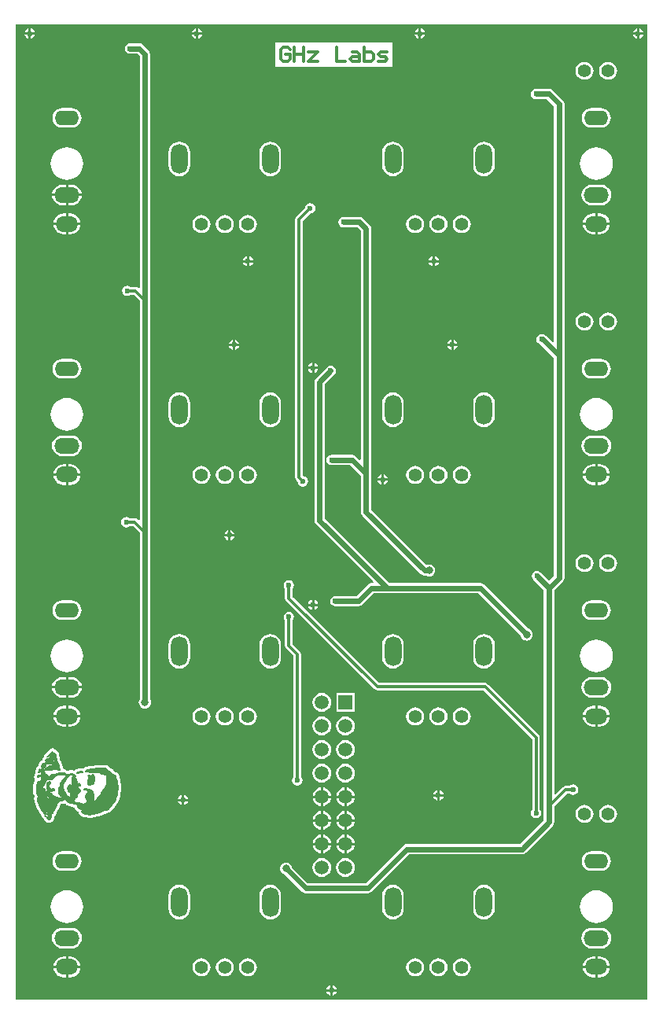
<source format=gtl>
G04 Layer_Physical_Order=1*
G04 Layer_Color=255*
%FSLAX44Y44*%
%MOMM*%
G71*
G01*
G75*
%ADD10C,0.6000*%
%ADD11C,0.3000*%
%ADD12C,0.2000*%
%ADD13C,1.4000*%
%ADD14O,2.7000X1.7000*%
%ADD15O,2.6000X1.6000*%
%ADD16O,2.4000X1.7000*%
%ADD17R,1.5000X1.5000*%
%ADD18C,1.5000*%
%ADD19C,1.4224*%
%ADD20O,1.8000X3.2000*%
%ADD21O,1.8000X3.1999*%
%ADD22C,0.6000*%
%ADD23C,0.8000*%
G36*
X1385000Y2040000D02*
Y1070000D01*
X705000D01*
Y2120000D01*
X1385000D01*
Y2040000D01*
D02*
G37*
%LPC*%
G36*
X1376270Y2115396D02*
Y2111270D01*
X1380396D01*
X1380219Y2112162D01*
X1378994Y2113994D01*
X1377162Y2115219D01*
X1376270Y2115396D01*
D02*
G37*
G36*
X1373730D02*
X1372838Y2115219D01*
X1371006Y2113994D01*
X1369781Y2112162D01*
X1369604Y2111270D01*
X1373730D01*
Y2115396D01*
D02*
G37*
G36*
X1141270D02*
Y2111270D01*
X1145396D01*
X1145219Y2112162D01*
X1143994Y2113994D01*
X1142162Y2115219D01*
X1141270Y2115396D01*
D02*
G37*
G36*
X1138730D02*
X1137838Y2115219D01*
X1136006Y2113994D01*
X1134781Y2112162D01*
X1134604Y2111270D01*
X1138730D01*
Y2115396D01*
D02*
G37*
G36*
X901270D02*
Y2111270D01*
X905396D01*
X905219Y2112162D01*
X903994Y2113994D01*
X902162Y2115219D01*
X901270Y2115396D01*
D02*
G37*
G36*
X898730D02*
X897838Y2115219D01*
X896006Y2113994D01*
X894781Y2112162D01*
X894604Y2111270D01*
X898730D01*
Y2115396D01*
D02*
G37*
G36*
X721270D02*
Y2111270D01*
X725396D01*
X725219Y2112162D01*
X723994Y2113994D01*
X722162Y2115219D01*
X721270Y2115396D01*
D02*
G37*
G36*
X718730D02*
X717838Y2115219D01*
X716006Y2113994D01*
X714781Y2112162D01*
X714604Y2111270D01*
X718730D01*
Y2115396D01*
D02*
G37*
G36*
X1380396Y2108730D02*
X1376270D01*
Y2104604D01*
X1377162Y2104781D01*
X1378994Y2106006D01*
X1380219Y2107838D01*
X1380396Y2108730D01*
D02*
G37*
G36*
X1373730D02*
X1369604D01*
X1369781Y2107838D01*
X1371006Y2106006D01*
X1372838Y2104781D01*
X1373730Y2104604D01*
Y2108730D01*
D02*
G37*
G36*
X1145396D02*
X1141270D01*
Y2104604D01*
X1142162Y2104781D01*
X1143994Y2106006D01*
X1145219Y2107838D01*
X1145396Y2108730D01*
D02*
G37*
G36*
X1138730D02*
X1134604D01*
X1134781Y2107838D01*
X1136006Y2106006D01*
X1137838Y2104781D01*
X1138730Y2104604D01*
Y2108730D01*
D02*
G37*
G36*
X905396D02*
X901270D01*
Y2104604D01*
X902162Y2104781D01*
X903994Y2106006D01*
X905219Y2107838D01*
X905396Y2108730D01*
D02*
G37*
G36*
X898730D02*
X894604D01*
X894781Y2107838D01*
X896006Y2106006D01*
X897838Y2104781D01*
X898730Y2104604D01*
Y2108730D01*
D02*
G37*
G36*
X725396D02*
X721270D01*
Y2104604D01*
X722162Y2104781D01*
X723994Y2106006D01*
X725219Y2107838D01*
X725396Y2108730D01*
D02*
G37*
G36*
X718730D02*
X714604D01*
X714781Y2107838D01*
X716006Y2106006D01*
X717838Y2104781D01*
X718730Y2104604D01*
Y2108730D01*
D02*
G37*
G36*
X1110503Y2100535D02*
X984460D01*
Y2074460D01*
X1110503D01*
Y2100535D01*
D02*
G37*
G36*
X1342700Y2079622D02*
X1340210Y2079294D01*
X1337889Y2078333D01*
X1335896Y2076804D01*
X1334367Y2074811D01*
X1333406Y2072490D01*
X1333078Y2070000D01*
X1333406Y2067510D01*
X1334367Y2065189D01*
X1335896Y2063196D01*
X1337889Y2061667D01*
X1340210Y2060706D01*
X1342700Y2060378D01*
X1345190Y2060706D01*
X1347511Y2061667D01*
X1349504Y2063196D01*
X1351033Y2065189D01*
X1351994Y2067510D01*
X1352322Y2070000D01*
X1351994Y2072490D01*
X1351033Y2074811D01*
X1349504Y2076804D01*
X1347511Y2078333D01*
X1345190Y2079294D01*
X1342700Y2079622D01*
D02*
G37*
G36*
X1317300D02*
X1314810Y2079294D01*
X1312489Y2078333D01*
X1310496Y2076804D01*
X1308967Y2074811D01*
X1308006Y2072490D01*
X1307678Y2070000D01*
X1308006Y2067510D01*
X1308967Y2065189D01*
X1310496Y2063196D01*
X1312489Y2061667D01*
X1314810Y2060706D01*
X1317300Y2060378D01*
X1319790Y2060706D01*
X1322111Y2061667D01*
X1324104Y2063196D01*
X1325633Y2065189D01*
X1326595Y2067510D01*
X1326922Y2070000D01*
X1326595Y2072490D01*
X1325633Y2074811D01*
X1324104Y2076804D01*
X1322111Y2078333D01*
X1319790Y2079294D01*
X1317300Y2079622D01*
D02*
G37*
G36*
X1335000Y2029831D02*
X1325000D01*
X1322249Y2029469D01*
X1319684Y2028407D01*
X1317483Y2026717D01*
X1315793Y2024516D01*
X1314731Y2021951D01*
X1314369Y2019200D01*
X1314731Y2016449D01*
X1315793Y2013884D01*
X1317483Y2011683D01*
X1319684Y2009993D01*
X1322249Y2008931D01*
X1325000Y2008569D01*
X1335000D01*
X1337751Y2008931D01*
X1340316Y2009993D01*
X1342517Y2011683D01*
X1344207Y2013884D01*
X1345269Y2016449D01*
X1345631Y2019200D01*
X1345269Y2021951D01*
X1344207Y2024516D01*
X1342517Y2026717D01*
X1340316Y2028407D01*
X1337751Y2029469D01*
X1335000Y2029831D01*
D02*
G37*
G36*
X765000Y2029831D02*
X755000D01*
X752249Y2029469D01*
X749685Y2028407D01*
X747483Y2026717D01*
X745793Y2024515D01*
X744731Y2021951D01*
X744369Y2019200D01*
X744731Y2016449D01*
X745793Y2013884D01*
X747483Y2011683D01*
X749685Y2009993D01*
X752249Y2008931D01*
X755000Y2008569D01*
X765000D01*
X767751Y2008931D01*
X770315Y2009993D01*
X772517Y2011683D01*
X774207Y2013884D01*
X775269Y2016449D01*
X775631Y2019200D01*
X775269Y2021951D01*
X774207Y2024515D01*
X772517Y2026717D01*
X770315Y2028407D01*
X767751Y2029469D01*
X765000Y2029831D01*
D02*
G37*
G36*
X1209000Y1993639D02*
X1205987Y1993242D01*
X1203180Y1992080D01*
X1200770Y1990230D01*
X1198920Y1987819D01*
X1197757Y1985012D01*
X1197360Y1981999D01*
Y1968000D01*
X1197757Y1964988D01*
X1198920Y1962181D01*
X1200770Y1959770D01*
X1203180Y1957920D01*
X1205987Y1956758D01*
X1209000Y1956361D01*
X1212012Y1956758D01*
X1214820Y1957920D01*
X1217230Y1959770D01*
X1219080Y1962181D01*
X1220243Y1964988D01*
X1220639Y1968000D01*
Y1981999D01*
X1220243Y1985012D01*
X1219080Y1987819D01*
X1217230Y1990230D01*
X1214820Y1992080D01*
X1212012Y1993242D01*
X1209000Y1993639D01*
D02*
G37*
G36*
X979000D02*
X975987Y1993242D01*
X973180Y1992080D01*
X970770Y1990230D01*
X968920Y1987819D01*
X967757Y1985012D01*
X967360Y1981999D01*
Y1968000D01*
X967757Y1964988D01*
X968920Y1962181D01*
X970770Y1959770D01*
X973180Y1957920D01*
X975987Y1956758D01*
X979000Y1956361D01*
X982012Y1956758D01*
X984820Y1957920D01*
X987230Y1959770D01*
X989080Y1962181D01*
X990243Y1964988D01*
X990639Y1968000D01*
Y1981999D01*
X990243Y1985012D01*
X989080Y1987819D01*
X987230Y1990230D01*
X984820Y1992080D01*
X982012Y1993242D01*
X979000Y1993639D01*
D02*
G37*
G36*
X1111000Y1993640D02*
X1107987Y1993243D01*
X1105180Y1992080D01*
X1102770Y1990230D01*
X1100920Y1987820D01*
X1099757Y1985013D01*
X1099360Y1982000D01*
Y1968000D01*
X1099757Y1964987D01*
X1100920Y1962180D01*
X1102770Y1959769D01*
X1105180Y1957920D01*
X1107987Y1956757D01*
X1111000Y1956360D01*
X1114013Y1956757D01*
X1116820Y1957920D01*
X1119230Y1959769D01*
X1121080Y1962180D01*
X1122243Y1964987D01*
X1122639Y1968000D01*
Y1982000D01*
X1122243Y1985013D01*
X1121080Y1987820D01*
X1119230Y1990230D01*
X1116820Y1992080D01*
X1114013Y1993243D01*
X1111000Y1993640D01*
D02*
G37*
G36*
X881000D02*
X877987Y1993243D01*
X875180Y1992080D01*
X872770Y1990230D01*
X870920Y1987820D01*
X869757Y1985013D01*
X869360Y1982000D01*
Y1968000D01*
X869757Y1964987D01*
X870920Y1962180D01*
X872770Y1959769D01*
X875180Y1957920D01*
X877987Y1956757D01*
X881000Y1956360D01*
X884013Y1956757D01*
X886820Y1957920D01*
X889230Y1959769D01*
X891080Y1962180D01*
X892243Y1964987D01*
X892639Y1968000D01*
Y1982000D01*
X892243Y1985013D01*
X891080Y1987820D01*
X889230Y1990230D01*
X886820Y1992080D01*
X884013Y1993243D01*
X881000Y1993640D01*
D02*
G37*
G36*
X1330000Y1987625D02*
X1326562Y1987286D01*
X1323255Y1986283D01*
X1320208Y1984655D01*
X1317537Y1982463D01*
X1315345Y1979792D01*
X1313717Y1976745D01*
X1312714Y1973438D01*
X1312375Y1970000D01*
X1312714Y1966561D01*
X1313717Y1963255D01*
X1315345Y1960208D01*
X1317537Y1957537D01*
X1320208Y1955345D01*
X1323255Y1953717D01*
X1326562Y1952714D01*
X1330000Y1952375D01*
X1333439Y1952714D01*
X1336745Y1953717D01*
X1339792Y1955345D01*
X1342463Y1957537D01*
X1344655Y1960208D01*
X1346283Y1963255D01*
X1347286Y1966561D01*
X1347625Y1970000D01*
X1347286Y1973438D01*
X1346283Y1976745D01*
X1344655Y1979792D01*
X1342463Y1982463D01*
X1339792Y1984655D01*
X1336745Y1986283D01*
X1333439Y1987286D01*
X1330000Y1987625D01*
D02*
G37*
G36*
X760000Y1987625D02*
X756562Y1987286D01*
X753255Y1986283D01*
X750208Y1984655D01*
X747537Y1982463D01*
X745346Y1979792D01*
X743717Y1976745D01*
X742714Y1973438D01*
X742375Y1970000D01*
X742714Y1966561D01*
X743717Y1963255D01*
X745346Y1960208D01*
X747537Y1957537D01*
X750208Y1955345D01*
X753255Y1953717D01*
X756562Y1952714D01*
X760000Y1952375D01*
X763438Y1952714D01*
X766745Y1953717D01*
X769792Y1955345D01*
X772463Y1957537D01*
X774654Y1960208D01*
X776283Y1963255D01*
X777286Y1966561D01*
X777625Y1970000D01*
X777286Y1973438D01*
X776283Y1976745D01*
X774654Y1979792D01*
X772463Y1982463D01*
X769792Y1984655D01*
X766745Y1986283D01*
X763438Y1987286D01*
X760000Y1987625D01*
D02*
G37*
G36*
X765000Y1947335D02*
X761270D01*
Y1937470D01*
X775968D01*
X775756Y1939082D01*
X774643Y1941768D01*
X772874Y1944074D01*
X770568Y1945843D01*
X767882Y1946956D01*
X765000Y1947335D01*
D02*
G37*
G36*
X758730D02*
X755000D01*
X752118Y1946956D01*
X749432Y1945843D01*
X747126Y1944074D01*
X745357Y1941768D01*
X744244Y1939082D01*
X744032Y1937470D01*
X758730D01*
Y1947335D01*
D02*
G37*
G36*
X1335000Y1947335D02*
X1325000D01*
X1322118Y1946956D01*
X1319432Y1945843D01*
X1317126Y1944074D01*
X1315357Y1941768D01*
X1314244Y1939082D01*
X1313865Y1936200D01*
X1314244Y1933318D01*
X1315357Y1930632D01*
X1317126Y1928326D01*
X1319432Y1926557D01*
X1322118Y1925444D01*
X1325000Y1925065D01*
X1335000D01*
X1337882Y1925444D01*
X1340568Y1926557D01*
X1342874Y1928326D01*
X1344643Y1930632D01*
X1345756Y1933318D01*
X1346135Y1936200D01*
X1345756Y1939082D01*
X1344643Y1941768D01*
X1342874Y1944074D01*
X1340568Y1945843D01*
X1337882Y1946956D01*
X1335000Y1947335D01*
D02*
G37*
G36*
X775968Y1934930D02*
X761270D01*
Y1925065D01*
X765000D01*
X767882Y1925444D01*
X770568Y1926557D01*
X772874Y1928326D01*
X774643Y1930632D01*
X775756Y1933318D01*
X775968Y1934930D01*
D02*
G37*
G36*
X758730D02*
X744032D01*
X744244Y1933318D01*
X745357Y1930632D01*
X747126Y1928326D01*
X749432Y1926557D01*
X752118Y1925444D01*
X755000Y1925065D01*
X758730D01*
Y1934930D01*
D02*
G37*
G36*
X1333500Y1916335D02*
X1331270D01*
Y1906470D01*
X1344468D01*
X1344256Y1908082D01*
X1343143Y1910768D01*
X1341374Y1913074D01*
X1339068Y1914843D01*
X1336382Y1915956D01*
X1333500Y1916335D01*
D02*
G37*
G36*
X1328730D02*
X1326500D01*
X1323618Y1915956D01*
X1320932Y1914843D01*
X1318626Y1913074D01*
X1316857Y1910768D01*
X1315744Y1908082D01*
X1315532Y1906470D01*
X1328730D01*
Y1916335D01*
D02*
G37*
G36*
X763500Y1916335D02*
X761270D01*
Y1906470D01*
X774468D01*
X774256Y1908082D01*
X773143Y1910768D01*
X771374Y1913074D01*
X769068Y1914843D01*
X766382Y1915956D01*
X763500Y1916335D01*
D02*
G37*
G36*
X758730D02*
X756500D01*
X753618Y1915956D01*
X750932Y1914843D01*
X748626Y1913074D01*
X746857Y1910768D01*
X745744Y1908082D01*
X745532Y1906470D01*
X758730D01*
Y1916335D01*
D02*
G37*
G36*
X1185001Y1914735D02*
X1182482Y1914404D01*
X1180134Y1913431D01*
X1178117Y1911884D01*
X1176570Y1909868D01*
X1175598Y1907520D01*
X1175266Y1905000D01*
X1175598Y1902480D01*
X1176570Y1900132D01*
X1178117Y1898116D01*
X1180134Y1896569D01*
X1182482Y1895596D01*
X1185001Y1895265D01*
X1187521Y1895596D01*
X1189869Y1896569D01*
X1191885Y1898116D01*
X1193432Y1900132D01*
X1194405Y1902480D01*
X1194736Y1905000D01*
X1194405Y1907520D01*
X1193432Y1909868D01*
X1191885Y1911884D01*
X1189869Y1913431D01*
X1187521Y1914404D01*
X1185001Y1914735D01*
D02*
G37*
G36*
X1160000D02*
X1157480Y1914404D01*
X1155132Y1913431D01*
X1153116Y1911884D01*
X1151569Y1909868D01*
X1150596Y1907520D01*
X1150265Y1905000D01*
X1150596Y1902480D01*
X1151569Y1900132D01*
X1153116Y1898116D01*
X1155132Y1896569D01*
X1157480Y1895596D01*
X1160000Y1895265D01*
X1162520Y1895596D01*
X1164868Y1896569D01*
X1166884Y1898116D01*
X1168431Y1900132D01*
X1169404Y1902480D01*
X1169735Y1905000D01*
X1169404Y1907520D01*
X1168431Y1909868D01*
X1166884Y1911884D01*
X1164868Y1913431D01*
X1162520Y1914404D01*
X1160000Y1914735D01*
D02*
G37*
G36*
X1134999D02*
X1132479Y1914404D01*
X1130131Y1913431D01*
X1128115Y1911884D01*
X1126568Y1909868D01*
X1125595Y1907520D01*
X1125264Y1905000D01*
X1125595Y1902480D01*
X1126568Y1900132D01*
X1128115Y1898116D01*
X1130131Y1896569D01*
X1132479Y1895596D01*
X1134999Y1895265D01*
X1137518Y1895596D01*
X1139866Y1896569D01*
X1141883Y1898116D01*
X1143430Y1900132D01*
X1144402Y1902480D01*
X1144734Y1905000D01*
X1144402Y1907520D01*
X1143430Y1909868D01*
X1141883Y1911884D01*
X1139866Y1913431D01*
X1137518Y1914404D01*
X1134999Y1914735D01*
D02*
G37*
G36*
X955001D02*
X952482Y1914404D01*
X950134Y1913431D01*
X948117Y1911884D01*
X946570Y1909868D01*
X945598Y1907520D01*
X945266Y1905000D01*
X945598Y1902480D01*
X946570Y1900132D01*
X948117Y1898116D01*
X950134Y1896569D01*
X952482Y1895596D01*
X955001Y1895265D01*
X957521Y1895596D01*
X959869Y1896569D01*
X961885Y1898116D01*
X963432Y1900132D01*
X964405Y1902480D01*
X964736Y1905000D01*
X964405Y1907520D01*
X963432Y1909868D01*
X961885Y1911884D01*
X959869Y1913431D01*
X957521Y1914404D01*
X955001Y1914735D01*
D02*
G37*
G36*
X930000D02*
X927480Y1914404D01*
X925132Y1913431D01*
X923116Y1911884D01*
X921569Y1909868D01*
X920596Y1907520D01*
X920265Y1905000D01*
X920596Y1902480D01*
X921569Y1900132D01*
X923116Y1898116D01*
X925132Y1896569D01*
X927480Y1895596D01*
X930000Y1895265D01*
X932520Y1895596D01*
X934868Y1896569D01*
X936884Y1898116D01*
X938431Y1900132D01*
X939404Y1902480D01*
X939735Y1905000D01*
X939404Y1907520D01*
X938431Y1909868D01*
X936884Y1911884D01*
X934868Y1913431D01*
X932520Y1914404D01*
X930000Y1914735D01*
D02*
G37*
G36*
X904999D02*
X902479Y1914404D01*
X900131Y1913431D01*
X898115Y1911884D01*
X896568Y1909868D01*
X895595Y1907520D01*
X895264Y1905000D01*
X895595Y1902480D01*
X896568Y1900132D01*
X898115Y1898116D01*
X900131Y1896569D01*
X902479Y1895596D01*
X904999Y1895265D01*
X907518Y1895596D01*
X909866Y1896569D01*
X911883Y1898116D01*
X913430Y1900132D01*
X914402Y1902480D01*
X914734Y1905000D01*
X914402Y1907520D01*
X913430Y1909868D01*
X911883Y1911884D01*
X909866Y1913431D01*
X907518Y1914404D01*
X904999Y1914735D01*
D02*
G37*
G36*
X1344468Y1903930D02*
X1331270D01*
Y1894065D01*
X1333500D01*
X1336382Y1894444D01*
X1339068Y1895557D01*
X1341374Y1897326D01*
X1343143Y1899632D01*
X1344256Y1902318D01*
X1344468Y1903930D01*
D02*
G37*
G36*
X1328730D02*
X1315532D01*
X1315744Y1902318D01*
X1316857Y1899632D01*
X1318626Y1897326D01*
X1320932Y1895557D01*
X1323618Y1894444D01*
X1326500Y1894065D01*
X1328730D01*
Y1903930D01*
D02*
G37*
G36*
X774468Y1903930D02*
X761270D01*
Y1894065D01*
X763500D01*
X766382Y1894444D01*
X769068Y1895556D01*
X771374Y1897326D01*
X773143Y1899632D01*
X774256Y1902318D01*
X774468Y1903930D01*
D02*
G37*
G36*
X758730D02*
X745532D01*
X745744Y1902318D01*
X746857Y1899632D01*
X748626Y1897326D01*
X750932Y1895556D01*
X753618Y1894444D01*
X756500Y1894065D01*
X758730D01*
Y1903930D01*
D02*
G37*
G36*
X1156270Y1870396D02*
Y1866270D01*
X1160396D01*
X1160219Y1867162D01*
X1158994Y1868994D01*
X1157162Y1870219D01*
X1156270Y1870396D01*
D02*
G37*
G36*
X1153730D02*
X1152838Y1870219D01*
X1151006Y1868994D01*
X1149781Y1867162D01*
X1149604Y1866270D01*
X1153730D01*
Y1870396D01*
D02*
G37*
G36*
X956270D02*
Y1866270D01*
X960396D01*
X960219Y1867162D01*
X958994Y1868994D01*
X957162Y1870219D01*
X956270Y1870396D01*
D02*
G37*
G36*
X953730D02*
X952838Y1870219D01*
X951006Y1868994D01*
X949781Y1867162D01*
X949604Y1866270D01*
X953730D01*
Y1870396D01*
D02*
G37*
G36*
X1160396Y1863730D02*
X1156270D01*
Y1859604D01*
X1157162Y1859781D01*
X1158994Y1861006D01*
X1160219Y1862838D01*
X1160396Y1863730D01*
D02*
G37*
G36*
X1153730D02*
X1149604D01*
X1149781Y1862838D01*
X1151006Y1861006D01*
X1152838Y1859781D01*
X1153730Y1859604D01*
Y1863730D01*
D02*
G37*
G36*
X960396D02*
X956270D01*
Y1859604D01*
X957162Y1859781D01*
X958994Y1861006D01*
X960219Y1862838D01*
X960396Y1863730D01*
D02*
G37*
G36*
X953730D02*
X949604D01*
X949781Y1862838D01*
X951006Y1861006D01*
X952838Y1859781D01*
X953730Y1859604D01*
Y1863730D01*
D02*
G37*
G36*
X838000Y2099649D02*
X838000Y2099648D01*
X828000D01*
X825838Y2099219D01*
X824006Y2097994D01*
X822781Y2096162D01*
X822352Y2094000D01*
X822781Y2091838D01*
X824006Y2090006D01*
X825838Y2088781D01*
X828000Y2088351D01*
X835660D01*
X838352Y2085660D01*
Y1836133D01*
X837178Y1835647D01*
X836913Y1835913D01*
X835576Y1836806D01*
X834000Y1837119D01*
X828807D01*
X827162Y1838219D01*
X825000Y1838649D01*
X822838Y1838219D01*
X821006Y1836994D01*
X819781Y1835162D01*
X819352Y1833000D01*
X819781Y1830838D01*
X821006Y1829006D01*
X822838Y1827781D01*
X825000Y1827352D01*
X827162Y1827781D01*
X828807Y1828881D01*
X832294D01*
X838352Y1822823D01*
Y1586133D01*
X837178Y1585647D01*
X835913Y1586913D01*
X834576Y1587806D01*
X833000Y1588119D01*
X827807D01*
X826162Y1589219D01*
X824000Y1589648D01*
X821838Y1589219D01*
X820006Y1587994D01*
X818781Y1586162D01*
X818352Y1584000D01*
X818781Y1581838D01*
X820006Y1580006D01*
X821838Y1578781D01*
X824000Y1578351D01*
X826162Y1578781D01*
X827807Y1579881D01*
X831294D01*
X838352Y1572823D01*
Y1393382D01*
X838287Y1393298D01*
X837628Y1391707D01*
X837404Y1390000D01*
X837628Y1388293D01*
X838287Y1386702D01*
X839336Y1385336D01*
X840702Y1384287D01*
X842293Y1383628D01*
X844000Y1383404D01*
X845707Y1383628D01*
X847298Y1384287D01*
X848664Y1385336D01*
X849713Y1386702D01*
X850372Y1388293D01*
X850596Y1390000D01*
X850372Y1391707D01*
X849713Y1393298D01*
X849649Y1393382D01*
Y1573000D01*
Y1823000D01*
Y2088000D01*
X849649Y2088000D01*
X849219Y2090162D01*
X847994Y2091994D01*
X847994Y2091994D01*
X841994Y2097994D01*
X840162Y2099219D01*
X838000Y2099649D01*
D02*
G37*
G36*
X1342700Y1809622D02*
X1340210Y1809294D01*
X1337889Y1808333D01*
X1335896Y1806804D01*
X1334367Y1804811D01*
X1333406Y1802491D01*
X1333078Y1800000D01*
X1333406Y1797510D01*
X1334367Y1795189D01*
X1335896Y1793196D01*
X1337889Y1791667D01*
X1340210Y1790706D01*
X1342700Y1790378D01*
X1345190Y1790706D01*
X1347511Y1791667D01*
X1349504Y1793196D01*
X1351033Y1795189D01*
X1351994Y1797510D01*
X1352322Y1800000D01*
X1351994Y1802491D01*
X1351033Y1804811D01*
X1349504Y1806804D01*
X1347511Y1808333D01*
X1345190Y1809294D01*
X1342700Y1809622D01*
D02*
G37*
G36*
X1317300D02*
X1314810Y1809294D01*
X1312489Y1808333D01*
X1310496Y1806804D01*
X1308967Y1804811D01*
X1308006Y1802491D01*
X1307678Y1800000D01*
X1308006Y1797510D01*
X1308967Y1795189D01*
X1310496Y1793196D01*
X1312489Y1791667D01*
X1314810Y1790706D01*
X1317300Y1790378D01*
X1319790Y1790706D01*
X1322111Y1791667D01*
X1324104Y1793196D01*
X1325633Y1795189D01*
X1326595Y1797510D01*
X1326922Y1800000D01*
X1326595Y1802491D01*
X1325633Y1804811D01*
X1324104Y1806804D01*
X1322111Y1808333D01*
X1319790Y1809294D01*
X1317300Y1809622D01*
D02*
G37*
G36*
X1279000Y2050649D02*
X1279000Y2050648D01*
X1265000D01*
X1262838Y2050219D01*
X1261006Y2048994D01*
X1259781Y2047162D01*
X1259352Y2045000D01*
X1259781Y2042838D01*
X1261006Y2041006D01*
X1262838Y2039781D01*
X1265000Y2039352D01*
X1276660D01*
X1284352Y2031660D01*
Y1778296D01*
X1283178Y1777810D01*
X1275994Y1784994D01*
X1274162Y1786219D01*
X1272000Y1786649D01*
X1272000Y1786649D01*
X1271000D01*
X1268838Y1786219D01*
X1267006Y1784994D01*
X1265781Y1783162D01*
X1265351Y1781000D01*
X1265781Y1778838D01*
X1267006Y1777006D01*
X1268838Y1775781D01*
X1269328Y1775684D01*
X1284352Y1760660D01*
Y1526340D01*
X1279000Y1520988D01*
X1269994Y1529994D01*
X1268162Y1531219D01*
X1266000Y1531649D01*
X1263838Y1531219D01*
X1262006Y1529994D01*
X1260781Y1528162D01*
X1260351Y1526000D01*
X1260781Y1523838D01*
X1262006Y1522006D01*
X1273352Y1510660D01*
Y1273000D01*
Y1263340D01*
X1247660Y1237648D01*
X1126000D01*
X1126000Y1237649D01*
X1123838Y1237219D01*
X1122006Y1235994D01*
X1122006Y1235994D01*
X1081660Y1195648D01*
X1019340D01*
X1002385Y1212603D01*
X1002372Y1212707D01*
X1001713Y1214298D01*
X1000664Y1215664D01*
X999298Y1216713D01*
X997707Y1217372D01*
X996000Y1217596D01*
X994293Y1217372D01*
X992702Y1216713D01*
X991336Y1215664D01*
X990287Y1214298D01*
X989628Y1212707D01*
X989404Y1211000D01*
X989628Y1209293D01*
X990287Y1207702D01*
X991336Y1206336D01*
X992702Y1205287D01*
X994293Y1204628D01*
X994397Y1204615D01*
X1013006Y1186006D01*
X1013006Y1186006D01*
X1014838Y1184781D01*
X1017000Y1184352D01*
X1017000Y1184352D01*
X1084000D01*
X1084000Y1184352D01*
X1086162Y1184781D01*
X1087994Y1186006D01*
X1128340Y1226351D01*
X1250000D01*
X1250000Y1226351D01*
X1252162Y1226781D01*
X1253994Y1228006D01*
X1282994Y1257006D01*
X1282994Y1257006D01*
X1284219Y1258838D01*
X1284648Y1261000D01*
Y1273000D01*
Y1277823D01*
X1298706Y1291881D01*
X1301193D01*
X1302838Y1290781D01*
X1305000Y1290352D01*
X1307162Y1290781D01*
X1308994Y1292006D01*
X1310219Y1293838D01*
X1310648Y1296000D01*
X1310219Y1298162D01*
X1308994Y1299994D01*
X1307162Y1301219D01*
X1305000Y1301649D01*
X1302838Y1301219D01*
X1301193Y1300119D01*
X1297000D01*
X1295424Y1299806D01*
X1294087Y1298913D01*
X1285822Y1290647D01*
X1284648Y1291133D01*
Y1510660D01*
X1293994Y1520006D01*
X1293994Y1520006D01*
X1295219Y1521838D01*
X1295649Y1524000D01*
X1295648Y1524000D01*
Y1763000D01*
X1295649Y1763000D01*
X1295648Y1763000D01*
Y2034000D01*
X1295649Y2034000D01*
X1295219Y2036162D01*
X1293994Y2037994D01*
X1293994Y2037994D01*
X1282994Y2048994D01*
X1281162Y2050219D01*
X1279000Y2050649D01*
D02*
G37*
G36*
X1176270Y1780396D02*
Y1776270D01*
X1180396D01*
X1180219Y1777162D01*
X1178994Y1778994D01*
X1177162Y1780219D01*
X1176270Y1780396D01*
D02*
G37*
G36*
X1173730D02*
X1172838Y1780219D01*
X1171006Y1778994D01*
X1169781Y1777162D01*
X1169604Y1776270D01*
X1173730D01*
Y1780396D01*
D02*
G37*
G36*
X941270D02*
Y1776270D01*
X945396D01*
X945219Y1777162D01*
X943994Y1778994D01*
X942162Y1780219D01*
X941270Y1780396D01*
D02*
G37*
G36*
X938730D02*
X937838Y1780219D01*
X936006Y1778994D01*
X934781Y1777162D01*
X934604Y1776270D01*
X938730D01*
Y1780396D01*
D02*
G37*
G36*
X1180396Y1773730D02*
X1176270D01*
Y1769604D01*
X1177162Y1769781D01*
X1178994Y1771006D01*
X1180219Y1772838D01*
X1180396Y1773730D01*
D02*
G37*
G36*
X1173730D02*
X1169604D01*
X1169781Y1772838D01*
X1171006Y1771006D01*
X1172838Y1769781D01*
X1173730Y1769604D01*
Y1773730D01*
D02*
G37*
G36*
X945396D02*
X941270D01*
Y1769604D01*
X942162Y1769781D01*
X943994Y1771006D01*
X945219Y1772838D01*
X945396Y1773730D01*
D02*
G37*
G36*
X938730D02*
X934604D01*
X934781Y1772838D01*
X936006Y1771006D01*
X937838Y1769781D01*
X938730Y1769604D01*
Y1773730D01*
D02*
G37*
G36*
X1026270Y1755396D02*
Y1751270D01*
X1030396D01*
X1030219Y1752162D01*
X1028994Y1753994D01*
X1027162Y1755219D01*
X1026270Y1755396D01*
D02*
G37*
G36*
X1023730D02*
X1022838Y1755219D01*
X1021006Y1753994D01*
X1019781Y1752162D01*
X1019604Y1751270D01*
X1023730D01*
Y1755396D01*
D02*
G37*
G36*
X1030396Y1748730D02*
X1026270D01*
Y1744604D01*
X1027162Y1744781D01*
X1028994Y1746006D01*
X1030219Y1747838D01*
X1030396Y1748730D01*
D02*
G37*
G36*
X1023730D02*
X1019604D01*
X1019781Y1747838D01*
X1021006Y1746006D01*
X1022838Y1744781D01*
X1023730Y1744604D01*
Y1748730D01*
D02*
G37*
G36*
X1335000Y1759831D02*
X1325000D01*
X1322249Y1759469D01*
X1319684Y1758407D01*
X1317483Y1756717D01*
X1315793Y1754516D01*
X1314731Y1751951D01*
X1314369Y1749200D01*
X1314731Y1746449D01*
X1315793Y1743884D01*
X1317483Y1741683D01*
X1319684Y1739993D01*
X1322249Y1738931D01*
X1325000Y1738569D01*
X1335000D01*
X1337751Y1738931D01*
X1340316Y1739993D01*
X1342517Y1741683D01*
X1344207Y1743884D01*
X1345269Y1746449D01*
X1345631Y1749200D01*
X1345269Y1751951D01*
X1344207Y1754516D01*
X1342517Y1756717D01*
X1340316Y1758407D01*
X1337751Y1759469D01*
X1335000Y1759831D01*
D02*
G37*
G36*
X765000D02*
X755000D01*
X752249Y1759469D01*
X749685Y1758407D01*
X747483Y1756717D01*
X745793Y1754516D01*
X744731Y1751951D01*
X744369Y1749200D01*
X744731Y1746449D01*
X745793Y1743884D01*
X747483Y1741683D01*
X749685Y1739993D01*
X752249Y1738931D01*
X755000Y1738569D01*
X765000D01*
X767751Y1738931D01*
X770315Y1739993D01*
X772517Y1741683D01*
X774207Y1743884D01*
X775269Y1746449D01*
X775631Y1749200D01*
X775269Y1751951D01*
X774207Y1754516D01*
X772517Y1756717D01*
X770315Y1758407D01*
X767751Y1759469D01*
X765000Y1759831D01*
D02*
G37*
G36*
X1209000Y1723639D02*
X1205987Y1723242D01*
X1203180Y1722079D01*
X1200770Y1720230D01*
X1198920Y1717819D01*
X1197757Y1715012D01*
X1197360Y1711999D01*
Y1698000D01*
X1197757Y1694988D01*
X1198920Y1692181D01*
X1200770Y1689770D01*
X1203180Y1687920D01*
X1205987Y1686758D01*
X1209000Y1686361D01*
X1212012Y1686758D01*
X1214820Y1687920D01*
X1217230Y1689770D01*
X1219080Y1692181D01*
X1220243Y1694988D01*
X1220639Y1698000D01*
Y1711999D01*
X1220243Y1715012D01*
X1219080Y1717819D01*
X1217230Y1720230D01*
X1214820Y1722079D01*
X1212012Y1723242D01*
X1209000Y1723639D01*
D02*
G37*
G36*
X979000D02*
X975987Y1723242D01*
X973180Y1722079D01*
X970770Y1720230D01*
X968920Y1717819D01*
X967757Y1715012D01*
X967360Y1711999D01*
Y1698000D01*
X967757Y1694988D01*
X968920Y1692181D01*
X970770Y1689770D01*
X973180Y1687920D01*
X975987Y1686758D01*
X979000Y1686361D01*
X982012Y1686758D01*
X984820Y1687920D01*
X987230Y1689770D01*
X989080Y1692181D01*
X990243Y1694988D01*
X990639Y1698000D01*
Y1711999D01*
X990243Y1715012D01*
X989080Y1717819D01*
X987230Y1720230D01*
X984820Y1722079D01*
X982012Y1723242D01*
X979000Y1723639D01*
D02*
G37*
G36*
X1111000Y1723640D02*
X1107987Y1723243D01*
X1105180Y1722080D01*
X1102770Y1720230D01*
X1100920Y1717820D01*
X1099757Y1715013D01*
X1099360Y1712000D01*
Y1698000D01*
X1099757Y1694987D01*
X1100920Y1692180D01*
X1102770Y1689769D01*
X1105180Y1687920D01*
X1107987Y1686757D01*
X1111000Y1686360D01*
X1114013Y1686757D01*
X1116820Y1687920D01*
X1119230Y1689769D01*
X1121080Y1692180D01*
X1122243Y1694987D01*
X1122639Y1698000D01*
Y1712000D01*
X1122243Y1715013D01*
X1121080Y1717820D01*
X1119230Y1720230D01*
X1116820Y1722080D01*
X1114013Y1723243D01*
X1111000Y1723640D01*
D02*
G37*
G36*
X881000D02*
X877987Y1723243D01*
X875180Y1722080D01*
X872770Y1720230D01*
X870920Y1717820D01*
X869757Y1715013D01*
X869360Y1712000D01*
Y1698000D01*
X869757Y1694987D01*
X870920Y1692180D01*
X872770Y1689769D01*
X875180Y1687920D01*
X877987Y1686757D01*
X881000Y1686360D01*
X884013Y1686757D01*
X886820Y1687920D01*
X889230Y1689769D01*
X891080Y1692180D01*
X892243Y1694987D01*
X892639Y1698000D01*
Y1712000D01*
X892243Y1715013D01*
X891080Y1717820D01*
X889230Y1720230D01*
X886820Y1722080D01*
X884013Y1723243D01*
X881000Y1723640D01*
D02*
G37*
G36*
X1330000Y1717625D02*
X1326562Y1717286D01*
X1323255Y1716283D01*
X1320208Y1714655D01*
X1317537Y1712463D01*
X1315345Y1709792D01*
X1313717Y1706745D01*
X1312714Y1703439D01*
X1312375Y1700000D01*
X1312714Y1696562D01*
X1313717Y1693255D01*
X1315345Y1690208D01*
X1317537Y1687537D01*
X1320208Y1685345D01*
X1323255Y1683717D01*
X1326562Y1682714D01*
X1330000Y1682375D01*
X1333439Y1682714D01*
X1336745Y1683717D01*
X1339792Y1685345D01*
X1342463Y1687537D01*
X1344655Y1690208D01*
X1346283Y1693255D01*
X1347286Y1696562D01*
X1347625Y1700000D01*
X1347286Y1703439D01*
X1346283Y1706745D01*
X1344655Y1709792D01*
X1342463Y1712463D01*
X1339792Y1714655D01*
X1336745Y1716283D01*
X1333439Y1717286D01*
X1330000Y1717625D01*
D02*
G37*
G36*
X760000D02*
X756562Y1717286D01*
X753255Y1716283D01*
X750208Y1714655D01*
X747537Y1712463D01*
X745346Y1709792D01*
X743717Y1706745D01*
X742714Y1703439D01*
X742375Y1700000D01*
X742714Y1696562D01*
X743717Y1693255D01*
X745346Y1690208D01*
X747537Y1687537D01*
X750208Y1685345D01*
X753255Y1683717D01*
X756562Y1682714D01*
X760000Y1682375D01*
X763438Y1682714D01*
X766745Y1683717D01*
X769792Y1685345D01*
X772463Y1687537D01*
X774654Y1690208D01*
X776283Y1693255D01*
X777286Y1696562D01*
X777625Y1700000D01*
X777286Y1703439D01*
X776283Y1706745D01*
X774654Y1709792D01*
X772463Y1712463D01*
X769792Y1714655D01*
X766745Y1716283D01*
X763438Y1717286D01*
X760000Y1717625D01*
D02*
G37*
G36*
X1335000Y1677335D02*
X1325000D01*
X1322118Y1676956D01*
X1319432Y1675843D01*
X1317126Y1674074D01*
X1315357Y1671768D01*
X1314244Y1669082D01*
X1313865Y1666200D01*
X1314244Y1663318D01*
X1315357Y1660632D01*
X1317126Y1658326D01*
X1319432Y1656557D01*
X1322118Y1655444D01*
X1325000Y1655065D01*
X1335000D01*
X1337882Y1655444D01*
X1340568Y1656557D01*
X1342874Y1658326D01*
X1344643Y1660632D01*
X1345756Y1663318D01*
X1346135Y1666200D01*
X1345756Y1669082D01*
X1344643Y1671768D01*
X1342874Y1674074D01*
X1340568Y1675843D01*
X1337882Y1676956D01*
X1335000Y1677335D01*
D02*
G37*
G36*
X765000D02*
X755000D01*
X752118Y1676956D01*
X749432Y1675843D01*
X747126Y1674074D01*
X745357Y1671768D01*
X744244Y1669082D01*
X743865Y1666200D01*
X744244Y1663318D01*
X745357Y1660632D01*
X747126Y1658326D01*
X749432Y1656557D01*
X752118Y1655444D01*
X755000Y1655065D01*
X765000D01*
X767882Y1655444D01*
X770568Y1656557D01*
X772874Y1658326D01*
X774643Y1660632D01*
X775756Y1663318D01*
X776135Y1666200D01*
X775756Y1669082D01*
X774643Y1671768D01*
X772874Y1674074D01*
X770568Y1675843D01*
X767882Y1676956D01*
X765000Y1677335D01*
D02*
G37*
G36*
X1075000Y1912648D02*
X1075000Y1912648D01*
X1058000D01*
X1055838Y1912219D01*
X1054006Y1910994D01*
X1052781Y1909162D01*
X1052352Y1907000D01*
X1052781Y1904838D01*
X1054006Y1903006D01*
X1055838Y1901781D01*
X1058000Y1901351D01*
X1072660D01*
X1076351Y1897660D01*
Y1651296D01*
X1075178Y1650810D01*
X1070994Y1654994D01*
X1069162Y1656219D01*
X1067000Y1656649D01*
X1067000Y1656649D01*
X1045000D01*
X1042838Y1656219D01*
X1041006Y1654994D01*
X1039781Y1653162D01*
X1039352Y1651000D01*
X1039781Y1648838D01*
X1041006Y1647006D01*
X1042838Y1645781D01*
X1045000Y1645352D01*
X1064660D01*
X1076351Y1633660D01*
Y1595000D01*
X1076351Y1595000D01*
X1076781Y1592838D01*
X1078006Y1591006D01*
X1141006Y1528006D01*
X1141006Y1528006D01*
X1142838Y1526781D01*
X1145000Y1526351D01*
X1145000Y1526351D01*
X1146618D01*
X1146702Y1526287D01*
X1148293Y1525628D01*
X1150000Y1525404D01*
X1151707Y1525628D01*
X1153298Y1526287D01*
X1154664Y1527336D01*
X1155713Y1528702D01*
X1156372Y1530293D01*
X1156596Y1532000D01*
X1156372Y1533707D01*
X1155713Y1535298D01*
X1154664Y1536664D01*
X1153298Y1537713D01*
X1151707Y1538372D01*
X1150000Y1538596D01*
X1148293Y1538372D01*
X1147107Y1537881D01*
X1087648Y1597340D01*
Y1636000D01*
X1087648Y1636000D01*
X1087648Y1636000D01*
Y1900000D01*
X1087648Y1900000D01*
X1087219Y1902162D01*
X1085994Y1903994D01*
X1085994Y1903994D01*
X1078994Y1910994D01*
X1077162Y1912219D01*
X1075000Y1912648D01*
D02*
G37*
G36*
X1333500Y1646335D02*
X1331270D01*
Y1636470D01*
X1344468D01*
X1344256Y1638082D01*
X1343143Y1640768D01*
X1341374Y1643074D01*
X1339068Y1644843D01*
X1336382Y1645956D01*
X1333500Y1646335D01*
D02*
G37*
G36*
X1328730D02*
X1326500D01*
X1323618Y1645956D01*
X1320932Y1644843D01*
X1318626Y1643074D01*
X1316857Y1640768D01*
X1315744Y1638082D01*
X1315532Y1636470D01*
X1328730D01*
Y1646335D01*
D02*
G37*
G36*
X763500D02*
X761270D01*
Y1636470D01*
X774468D01*
X774256Y1638082D01*
X773143Y1640768D01*
X771374Y1643074D01*
X769068Y1644843D01*
X766382Y1645956D01*
X763500Y1646335D01*
D02*
G37*
G36*
X758730D02*
X756500D01*
X753618Y1645956D01*
X750932Y1644843D01*
X748626Y1643074D01*
X746857Y1640768D01*
X745744Y1638082D01*
X745532Y1636470D01*
X758730D01*
Y1646335D01*
D02*
G37*
G36*
X1101270Y1635396D02*
Y1631270D01*
X1105396D01*
X1105219Y1632162D01*
X1103994Y1633994D01*
X1102162Y1635219D01*
X1101270Y1635396D01*
D02*
G37*
G36*
X1098730D02*
X1097838Y1635219D01*
X1096006Y1633994D01*
X1094781Y1632162D01*
X1094604Y1631270D01*
X1098730D01*
Y1635396D01*
D02*
G37*
G36*
X1185001Y1644735D02*
X1182482Y1644404D01*
X1180134Y1643431D01*
X1178117Y1641884D01*
X1176570Y1639868D01*
X1175598Y1637520D01*
X1175266Y1635000D01*
X1175598Y1632480D01*
X1176570Y1630132D01*
X1178117Y1628116D01*
X1180134Y1626569D01*
X1182482Y1625596D01*
X1185001Y1625265D01*
X1187521Y1625596D01*
X1189869Y1626569D01*
X1191885Y1628116D01*
X1193432Y1630132D01*
X1194405Y1632480D01*
X1194736Y1635000D01*
X1194405Y1637520D01*
X1193432Y1639868D01*
X1191885Y1641884D01*
X1189869Y1643431D01*
X1187521Y1644404D01*
X1185001Y1644735D01*
D02*
G37*
G36*
X1160000D02*
X1157480Y1644404D01*
X1155132Y1643431D01*
X1153116Y1641884D01*
X1151569Y1639868D01*
X1150596Y1637520D01*
X1150265Y1635000D01*
X1150596Y1632480D01*
X1151569Y1630132D01*
X1153116Y1628116D01*
X1155132Y1626569D01*
X1157480Y1625596D01*
X1160000Y1625265D01*
X1162520Y1625596D01*
X1164868Y1626569D01*
X1166884Y1628116D01*
X1168431Y1630132D01*
X1169404Y1632480D01*
X1169735Y1635000D01*
X1169404Y1637520D01*
X1168431Y1639868D01*
X1166884Y1641884D01*
X1164868Y1643431D01*
X1162520Y1644404D01*
X1160000Y1644735D01*
D02*
G37*
G36*
X1134999D02*
X1132479Y1644404D01*
X1130131Y1643431D01*
X1128115Y1641884D01*
X1126568Y1639868D01*
X1125595Y1637520D01*
X1125264Y1635000D01*
X1125595Y1632480D01*
X1126568Y1630132D01*
X1128115Y1628116D01*
X1130131Y1626569D01*
X1132479Y1625596D01*
X1134999Y1625265D01*
X1137518Y1625596D01*
X1139866Y1626569D01*
X1141883Y1628116D01*
X1143430Y1630132D01*
X1144402Y1632480D01*
X1144734Y1635000D01*
X1144402Y1637520D01*
X1143430Y1639868D01*
X1141883Y1641884D01*
X1139866Y1643431D01*
X1137518Y1644404D01*
X1134999Y1644735D01*
D02*
G37*
G36*
X955001D02*
X952482Y1644404D01*
X950134Y1643431D01*
X948117Y1641884D01*
X946570Y1639868D01*
X945598Y1637520D01*
X945266Y1635000D01*
X945598Y1632480D01*
X946570Y1630132D01*
X948117Y1628116D01*
X950134Y1626569D01*
X952482Y1625596D01*
X955001Y1625265D01*
X957521Y1625596D01*
X959869Y1626569D01*
X961885Y1628116D01*
X963432Y1630132D01*
X964405Y1632480D01*
X964736Y1635000D01*
X964405Y1637520D01*
X963432Y1639868D01*
X961885Y1641884D01*
X959869Y1643431D01*
X957521Y1644404D01*
X955001Y1644735D01*
D02*
G37*
G36*
X930000D02*
X927480Y1644404D01*
X925132Y1643431D01*
X923116Y1641884D01*
X921569Y1639868D01*
X920596Y1637520D01*
X920265Y1635000D01*
X920596Y1632480D01*
X921569Y1630132D01*
X923116Y1628116D01*
X925132Y1626569D01*
X927480Y1625596D01*
X930000Y1625265D01*
X932520Y1625596D01*
X934868Y1626569D01*
X936884Y1628116D01*
X938431Y1630132D01*
X939404Y1632480D01*
X939735Y1635000D01*
X939404Y1637520D01*
X938431Y1639868D01*
X936884Y1641884D01*
X934868Y1643431D01*
X932520Y1644404D01*
X930000Y1644735D01*
D02*
G37*
G36*
X904999D02*
X902479Y1644404D01*
X900131Y1643431D01*
X898115Y1641884D01*
X896568Y1639868D01*
X895595Y1637520D01*
X895264Y1635000D01*
X895595Y1632480D01*
X896568Y1630132D01*
X898115Y1628116D01*
X900131Y1626569D01*
X902479Y1625596D01*
X904999Y1625265D01*
X907518Y1625596D01*
X909866Y1626569D01*
X911883Y1628116D01*
X913430Y1630132D01*
X914402Y1632480D01*
X914734Y1635000D01*
X914402Y1637520D01*
X913430Y1639868D01*
X911883Y1641884D01*
X909866Y1643431D01*
X907518Y1644404D01*
X904999Y1644735D01*
D02*
G37*
G36*
X1105396Y1628730D02*
X1101270D01*
Y1624604D01*
X1102162Y1624781D01*
X1103994Y1626006D01*
X1105219Y1627838D01*
X1105396Y1628730D01*
D02*
G37*
G36*
X1098730D02*
X1094604D01*
X1094781Y1627838D01*
X1096006Y1626006D01*
X1097838Y1624781D01*
X1098730Y1624604D01*
Y1628730D01*
D02*
G37*
G36*
X1344468Y1633930D02*
X1331270D01*
Y1624065D01*
X1333500D01*
X1336382Y1624444D01*
X1339068Y1625557D01*
X1341374Y1627326D01*
X1343143Y1629632D01*
X1344256Y1632318D01*
X1344468Y1633930D01*
D02*
G37*
G36*
X1328730D02*
X1315532D01*
X1315744Y1632318D01*
X1316857Y1629632D01*
X1318626Y1627326D01*
X1320932Y1625557D01*
X1323618Y1624444D01*
X1326500Y1624065D01*
X1328730D01*
Y1633930D01*
D02*
G37*
G36*
X774468D02*
X761270D01*
Y1624065D01*
X763500D01*
X766382Y1624444D01*
X769068Y1625557D01*
X771374Y1627326D01*
X773143Y1629632D01*
X774256Y1632318D01*
X774468Y1633930D01*
D02*
G37*
G36*
X758730D02*
X745532D01*
X745744Y1632318D01*
X746857Y1629632D01*
X748626Y1627326D01*
X750932Y1625557D01*
X753618Y1624444D01*
X756500Y1624065D01*
X758730D01*
Y1633930D01*
D02*
G37*
G36*
X1022000Y1927648D02*
X1019838Y1927218D01*
X1018006Y1925994D01*
X1016781Y1924162D01*
X1016395Y1922221D01*
X1007087Y1912913D01*
X1006194Y1911576D01*
X1005881Y1910000D01*
Y1632000D01*
X1006194Y1630424D01*
X1007087Y1629087D01*
X1008395Y1627779D01*
X1008781Y1625838D01*
X1010006Y1624006D01*
X1011838Y1622781D01*
X1014000Y1622352D01*
X1016162Y1622781D01*
X1017994Y1624006D01*
X1019219Y1625838D01*
X1019649Y1628000D01*
X1019219Y1630162D01*
X1017994Y1631994D01*
X1016162Y1633219D01*
X1014221Y1633605D01*
X1014119Y1633706D01*
Y1908294D01*
X1022221Y1916395D01*
X1024162Y1916781D01*
X1025994Y1918006D01*
X1027218Y1919838D01*
X1027648Y1922000D01*
X1027218Y1924162D01*
X1025994Y1925994D01*
X1024162Y1927218D01*
X1022000Y1927648D01*
D02*
G37*
G36*
X936270Y1575396D02*
Y1571270D01*
X940396D01*
X940219Y1572162D01*
X938994Y1573994D01*
X937162Y1575219D01*
X936270Y1575396D01*
D02*
G37*
G36*
X933730D02*
X932838Y1575219D01*
X931006Y1573994D01*
X929781Y1572162D01*
X929604Y1571270D01*
X933730D01*
Y1575396D01*
D02*
G37*
G36*
X940396Y1568730D02*
X936270D01*
Y1564604D01*
X937162Y1564781D01*
X938994Y1566006D01*
X940219Y1567838D01*
X940396Y1568730D01*
D02*
G37*
G36*
X933730D02*
X929604D01*
X929781Y1567838D01*
X931006Y1566006D01*
X932838Y1564781D01*
X933730Y1564604D01*
Y1568730D01*
D02*
G37*
G36*
X1342700Y1549622D02*
X1340210Y1549294D01*
X1337889Y1548333D01*
X1335896Y1546804D01*
X1334367Y1544811D01*
X1333406Y1542490D01*
X1333078Y1540000D01*
X1333406Y1537509D01*
X1334367Y1535189D01*
X1335896Y1533196D01*
X1337889Y1531667D01*
X1340210Y1530706D01*
X1342700Y1530378D01*
X1345190Y1530706D01*
X1347511Y1531667D01*
X1349504Y1533196D01*
X1351033Y1535189D01*
X1351994Y1537509D01*
X1352322Y1540000D01*
X1351994Y1542490D01*
X1351033Y1544811D01*
X1349504Y1546804D01*
X1347511Y1548333D01*
X1345190Y1549294D01*
X1342700Y1549622D01*
D02*
G37*
G36*
X1317300D02*
X1314810Y1549294D01*
X1312489Y1548333D01*
X1310496Y1546804D01*
X1308967Y1544811D01*
X1308006Y1542490D01*
X1307678Y1540000D01*
X1308006Y1537509D01*
X1308967Y1535189D01*
X1310496Y1533196D01*
X1312489Y1531667D01*
X1314810Y1530706D01*
X1317300Y1530378D01*
X1319790Y1530706D01*
X1322111Y1531667D01*
X1324104Y1533196D01*
X1325633Y1535189D01*
X1326595Y1537509D01*
X1326922Y1540000D01*
X1326595Y1542490D01*
X1325633Y1544811D01*
X1324104Y1546804D01*
X1322111Y1548333D01*
X1319790Y1549294D01*
X1317300Y1549622D01*
D02*
G37*
G36*
X1044000Y1752648D02*
X1041838Y1752219D01*
X1040006Y1750994D01*
X1040006Y1750994D01*
X1028006Y1738994D01*
X1026781Y1737162D01*
X1026351Y1735000D01*
X1026351Y1735000D01*
Y1586000D01*
X1026351Y1586000D01*
X1026781Y1583838D01*
X1028006Y1582006D01*
X1090190Y1519822D01*
X1089704Y1518649D01*
X1088000D01*
X1088000Y1518649D01*
X1085838Y1518219D01*
X1084006Y1516994D01*
X1084006Y1516994D01*
X1071660Y1504648D01*
X1049000D01*
X1046838Y1504219D01*
X1045006Y1502994D01*
X1043782Y1501162D01*
X1043352Y1499000D01*
X1043782Y1496838D01*
X1045006Y1495006D01*
X1046838Y1493781D01*
X1049000Y1493351D01*
X1074000D01*
X1074000Y1493351D01*
X1076162Y1493781D01*
X1077994Y1495006D01*
X1090340Y1507352D01*
X1202660D01*
X1248615Y1461397D01*
X1248628Y1461293D01*
X1249287Y1459702D01*
X1250336Y1458336D01*
X1251702Y1457287D01*
X1253293Y1456628D01*
X1255000Y1456404D01*
X1256707Y1456628D01*
X1258298Y1457287D01*
X1259664Y1458336D01*
X1260713Y1459702D01*
X1261372Y1461293D01*
X1261596Y1463000D01*
X1261372Y1464707D01*
X1260713Y1466298D01*
X1259664Y1467664D01*
X1258298Y1468713D01*
X1256707Y1469372D01*
X1256603Y1469385D01*
X1208994Y1516994D01*
X1207162Y1518219D01*
X1205000Y1518649D01*
X1205000Y1518649D01*
X1107340D01*
X1037648Y1588340D01*
Y1732660D01*
X1047994Y1743006D01*
X1047994Y1743006D01*
X1049219Y1744838D01*
X1049649Y1747000D01*
X1049219Y1749162D01*
X1047994Y1750994D01*
X1046162Y1752219D01*
X1044000Y1752648D01*
D02*
G37*
G36*
X1026270Y1500396D02*
Y1496270D01*
X1030396D01*
X1030219Y1497162D01*
X1028994Y1498994D01*
X1027162Y1500219D01*
X1026270Y1500396D01*
D02*
G37*
G36*
X1023730D02*
X1022838Y1500219D01*
X1021006Y1498994D01*
X1019781Y1497162D01*
X1019604Y1496270D01*
X1023730D01*
Y1500396D01*
D02*
G37*
G36*
X1030396Y1493730D02*
X1026270D01*
Y1489604D01*
X1027162Y1489781D01*
X1028994Y1491006D01*
X1030219Y1492838D01*
X1030396Y1493730D01*
D02*
G37*
G36*
X1023730D02*
X1019604D01*
X1019781Y1492838D01*
X1021006Y1491006D01*
X1022838Y1489781D01*
X1023730Y1489604D01*
Y1493730D01*
D02*
G37*
G36*
X1335000Y1499831D02*
X1325000D01*
X1322249Y1499469D01*
X1319684Y1498407D01*
X1317483Y1496717D01*
X1315793Y1494516D01*
X1314731Y1491951D01*
X1314369Y1489200D01*
X1314731Y1486449D01*
X1315793Y1483884D01*
X1317483Y1481683D01*
X1319684Y1479993D01*
X1322249Y1478931D01*
X1325000Y1478569D01*
X1335000D01*
X1337751Y1478931D01*
X1340316Y1479993D01*
X1342517Y1481683D01*
X1344207Y1483884D01*
X1345269Y1486449D01*
X1345631Y1489200D01*
X1345269Y1491951D01*
X1344207Y1494516D01*
X1342517Y1496717D01*
X1340316Y1498407D01*
X1337751Y1499469D01*
X1335000Y1499831D01*
D02*
G37*
G36*
X765000D02*
X755000D01*
X752249Y1499469D01*
X749685Y1498407D01*
X747483Y1496717D01*
X745793Y1494516D01*
X744731Y1491951D01*
X744369Y1489200D01*
X744731Y1486449D01*
X745793Y1483884D01*
X747483Y1481683D01*
X749685Y1479993D01*
X752249Y1478931D01*
X755000Y1478569D01*
X765000D01*
X767751Y1478931D01*
X770315Y1479993D01*
X772517Y1481683D01*
X774207Y1483884D01*
X775269Y1486449D01*
X775631Y1489200D01*
X775269Y1491951D01*
X774207Y1494516D01*
X772517Y1496717D01*
X770315Y1498407D01*
X767751Y1499469D01*
X765000Y1499831D01*
D02*
G37*
G36*
X1209000Y1463639D02*
X1205987Y1463242D01*
X1203180Y1462079D01*
X1200770Y1460230D01*
X1198920Y1457819D01*
X1197757Y1455012D01*
X1197360Y1451999D01*
Y1438000D01*
X1197757Y1434988D01*
X1198920Y1432181D01*
X1200770Y1429770D01*
X1203180Y1427920D01*
X1205987Y1426758D01*
X1209000Y1426361D01*
X1212012Y1426758D01*
X1214820Y1427920D01*
X1217230Y1429770D01*
X1219080Y1432181D01*
X1220243Y1434988D01*
X1220639Y1438000D01*
Y1451999D01*
X1220243Y1455012D01*
X1219080Y1457819D01*
X1217230Y1460230D01*
X1214820Y1462079D01*
X1212012Y1463242D01*
X1209000Y1463639D01*
D02*
G37*
G36*
X979000D02*
X975987Y1463242D01*
X973180Y1462079D01*
X970770Y1460230D01*
X968920Y1457819D01*
X967757Y1455012D01*
X967360Y1451999D01*
Y1438000D01*
X967757Y1434988D01*
X968920Y1432181D01*
X970770Y1429770D01*
X973180Y1427920D01*
X975987Y1426758D01*
X979000Y1426361D01*
X982012Y1426758D01*
X984820Y1427920D01*
X987230Y1429770D01*
X989080Y1432181D01*
X990243Y1434988D01*
X990639Y1438000D01*
Y1451999D01*
X990243Y1455012D01*
X989080Y1457819D01*
X987230Y1460230D01*
X984820Y1462079D01*
X982012Y1463242D01*
X979000Y1463639D01*
D02*
G37*
G36*
X1111000Y1463640D02*
X1107987Y1463243D01*
X1105180Y1462080D01*
X1102770Y1460230D01*
X1100920Y1457820D01*
X1099757Y1455013D01*
X1099360Y1452000D01*
Y1438000D01*
X1099757Y1434987D01*
X1100920Y1432180D01*
X1102770Y1429769D01*
X1105180Y1427920D01*
X1107987Y1426757D01*
X1111000Y1426360D01*
X1114013Y1426757D01*
X1116820Y1427920D01*
X1119230Y1429769D01*
X1121080Y1432180D01*
X1122243Y1434987D01*
X1122639Y1438000D01*
Y1452000D01*
X1122243Y1455013D01*
X1121080Y1457820D01*
X1119230Y1460230D01*
X1116820Y1462080D01*
X1114013Y1463243D01*
X1111000Y1463640D01*
D02*
G37*
G36*
X881000D02*
X877987Y1463243D01*
X875180Y1462080D01*
X872770Y1460230D01*
X870920Y1457820D01*
X869757Y1455013D01*
X869360Y1452000D01*
Y1438000D01*
X869757Y1434987D01*
X870920Y1432180D01*
X872770Y1429769D01*
X875180Y1427920D01*
X877987Y1426757D01*
X881000Y1426360D01*
X884013Y1426757D01*
X886820Y1427920D01*
X889230Y1429769D01*
X891080Y1432180D01*
X892243Y1434987D01*
X892639Y1438000D01*
Y1452000D01*
X892243Y1455013D01*
X891080Y1457820D01*
X889230Y1460230D01*
X886820Y1462080D01*
X884013Y1463243D01*
X881000Y1463640D01*
D02*
G37*
G36*
X1330000Y1457625D02*
X1326562Y1457286D01*
X1323255Y1456283D01*
X1320208Y1454655D01*
X1317537Y1452463D01*
X1315345Y1449792D01*
X1313717Y1446745D01*
X1312714Y1443438D01*
X1312375Y1440000D01*
X1312714Y1436561D01*
X1313717Y1433255D01*
X1315345Y1430208D01*
X1317537Y1427537D01*
X1320208Y1425345D01*
X1323255Y1423717D01*
X1326562Y1422714D01*
X1330000Y1422375D01*
X1333439Y1422714D01*
X1336745Y1423717D01*
X1339792Y1425345D01*
X1342463Y1427537D01*
X1344655Y1430208D01*
X1346283Y1433255D01*
X1347286Y1436561D01*
X1347625Y1440000D01*
X1347286Y1443438D01*
X1346283Y1446745D01*
X1344655Y1449792D01*
X1342463Y1452463D01*
X1339792Y1454655D01*
X1336745Y1456283D01*
X1333439Y1457286D01*
X1330000Y1457625D01*
D02*
G37*
G36*
X760000D02*
X756562Y1457286D01*
X753255Y1456283D01*
X750208Y1454655D01*
X747537Y1452463D01*
X745346Y1449792D01*
X743717Y1446745D01*
X742714Y1443438D01*
X742375Y1440000D01*
X742714Y1436561D01*
X743717Y1433255D01*
X745346Y1430208D01*
X747537Y1427537D01*
X750208Y1425345D01*
X753255Y1423717D01*
X756562Y1422714D01*
X760000Y1422375D01*
X763438Y1422714D01*
X766745Y1423717D01*
X769792Y1425345D01*
X772463Y1427537D01*
X774654Y1430208D01*
X776283Y1433255D01*
X777286Y1436561D01*
X777625Y1440000D01*
X777286Y1443438D01*
X776283Y1446745D01*
X774654Y1449792D01*
X772463Y1452463D01*
X769792Y1454655D01*
X766745Y1456283D01*
X763438Y1457286D01*
X760000Y1457625D01*
D02*
G37*
G36*
X765000Y1417335D02*
X761270D01*
Y1407470D01*
X775968D01*
X775756Y1409082D01*
X774643Y1411768D01*
X772874Y1414074D01*
X770568Y1415843D01*
X767882Y1416956D01*
X765000Y1417335D01*
D02*
G37*
G36*
X758730D02*
X755000D01*
X752118Y1416956D01*
X749432Y1415843D01*
X747126Y1414074D01*
X745357Y1411768D01*
X744244Y1409082D01*
X744032Y1407470D01*
X758730D01*
Y1417335D01*
D02*
G37*
G36*
X1335000D02*
X1325000D01*
X1322118Y1416956D01*
X1319432Y1415843D01*
X1317126Y1414074D01*
X1315357Y1411768D01*
X1314244Y1409082D01*
X1313865Y1406200D01*
X1314244Y1403318D01*
X1315357Y1400632D01*
X1317126Y1398326D01*
X1319432Y1396557D01*
X1322118Y1395444D01*
X1325000Y1395065D01*
X1335000D01*
X1337882Y1395444D01*
X1340568Y1396557D01*
X1342874Y1398326D01*
X1344643Y1400632D01*
X1345756Y1403318D01*
X1346135Y1406200D01*
X1345756Y1409082D01*
X1344643Y1411768D01*
X1342874Y1414074D01*
X1340568Y1415843D01*
X1337882Y1416956D01*
X1335000Y1417335D01*
D02*
G37*
G36*
X775968Y1404930D02*
X761270D01*
Y1395065D01*
X765000D01*
X767882Y1395444D01*
X770568Y1396557D01*
X772874Y1398326D01*
X774643Y1400632D01*
X775756Y1403318D01*
X775968Y1404930D01*
D02*
G37*
G36*
X758730D02*
X744032D01*
X744244Y1403318D01*
X745357Y1400632D01*
X747126Y1398326D01*
X749432Y1396557D01*
X752118Y1395444D01*
X755000Y1395065D01*
X758730D01*
Y1404930D01*
D02*
G37*
G36*
X1070040Y1400040D02*
X1049960D01*
Y1379960D01*
X1070040D01*
Y1400040D01*
D02*
G37*
G36*
X1034600Y1400127D02*
X1031979Y1399782D01*
X1029537Y1398770D01*
X1027439Y1397161D01*
X1025830Y1395063D01*
X1024818Y1392621D01*
X1024473Y1390000D01*
X1024818Y1387379D01*
X1025830Y1384937D01*
X1027439Y1382839D01*
X1029537Y1381230D01*
X1031979Y1380218D01*
X1034600Y1379873D01*
X1037221Y1380218D01*
X1039663Y1381230D01*
X1041761Y1382839D01*
X1043370Y1384937D01*
X1044382Y1387379D01*
X1044727Y1390000D01*
X1044382Y1392621D01*
X1043370Y1395063D01*
X1041761Y1397161D01*
X1039663Y1398770D01*
X1037221Y1399782D01*
X1034600Y1400127D01*
D02*
G37*
G36*
X1333500Y1386335D02*
X1331270D01*
Y1376470D01*
X1344468D01*
X1344256Y1378082D01*
X1343143Y1380768D01*
X1341374Y1383074D01*
X1339068Y1384843D01*
X1336382Y1385956D01*
X1333500Y1386335D01*
D02*
G37*
G36*
X1328730D02*
X1326500D01*
X1323618Y1385956D01*
X1320932Y1384843D01*
X1318626Y1383074D01*
X1316857Y1380768D01*
X1315744Y1378082D01*
X1315532Y1376470D01*
X1328730D01*
Y1386335D01*
D02*
G37*
G36*
X763500D02*
X761270D01*
Y1376470D01*
X774468D01*
X774256Y1378082D01*
X773143Y1380768D01*
X771374Y1383074D01*
X769068Y1384843D01*
X766382Y1385956D01*
X763500Y1386335D01*
D02*
G37*
G36*
X758730D02*
X756500D01*
X753618Y1385956D01*
X750932Y1384843D01*
X748626Y1383074D01*
X746857Y1380768D01*
X745744Y1378082D01*
X745532Y1376470D01*
X758730D01*
Y1386335D01*
D02*
G37*
G36*
X1185001Y1384735D02*
X1182482Y1384404D01*
X1180134Y1383431D01*
X1178117Y1381884D01*
X1176570Y1379868D01*
X1175598Y1377520D01*
X1175266Y1375000D01*
X1175598Y1372480D01*
X1176570Y1370132D01*
X1178117Y1368116D01*
X1180134Y1366569D01*
X1182482Y1365596D01*
X1185001Y1365265D01*
X1187521Y1365596D01*
X1189869Y1366569D01*
X1191885Y1368116D01*
X1193432Y1370132D01*
X1194405Y1372480D01*
X1194736Y1375000D01*
X1194405Y1377520D01*
X1193432Y1379868D01*
X1191885Y1381884D01*
X1189869Y1383431D01*
X1187521Y1384404D01*
X1185001Y1384735D01*
D02*
G37*
G36*
X1160000D02*
X1157480Y1384404D01*
X1155132Y1383431D01*
X1153116Y1381884D01*
X1151569Y1379868D01*
X1150596Y1377520D01*
X1150265Y1375000D01*
X1150596Y1372480D01*
X1151569Y1370132D01*
X1153116Y1368116D01*
X1155132Y1366569D01*
X1157480Y1365596D01*
X1160000Y1365265D01*
X1162520Y1365596D01*
X1164868Y1366569D01*
X1166884Y1368116D01*
X1168431Y1370132D01*
X1169404Y1372480D01*
X1169735Y1375000D01*
X1169404Y1377520D01*
X1168431Y1379868D01*
X1166884Y1381884D01*
X1164868Y1383431D01*
X1162520Y1384404D01*
X1160000Y1384735D01*
D02*
G37*
G36*
X1134999D02*
X1132479Y1384404D01*
X1130131Y1383431D01*
X1128115Y1381884D01*
X1126568Y1379868D01*
X1125595Y1377520D01*
X1125264Y1375000D01*
X1125595Y1372480D01*
X1126568Y1370132D01*
X1128115Y1368116D01*
X1130131Y1366569D01*
X1132479Y1365596D01*
X1134999Y1365265D01*
X1137518Y1365596D01*
X1139866Y1366569D01*
X1141883Y1368116D01*
X1143430Y1370132D01*
X1144402Y1372480D01*
X1144734Y1375000D01*
X1144402Y1377520D01*
X1143430Y1379868D01*
X1141883Y1381884D01*
X1139866Y1383431D01*
X1137518Y1384404D01*
X1134999Y1384735D01*
D02*
G37*
G36*
X955001D02*
X952482Y1384404D01*
X950134Y1383431D01*
X948117Y1381884D01*
X946570Y1379868D01*
X945598Y1377520D01*
X945266Y1375000D01*
X945598Y1372480D01*
X946570Y1370132D01*
X948117Y1368116D01*
X950134Y1366569D01*
X952482Y1365596D01*
X955001Y1365265D01*
X957521Y1365596D01*
X959869Y1366569D01*
X961885Y1368116D01*
X963432Y1370132D01*
X964405Y1372480D01*
X964736Y1375000D01*
X964405Y1377520D01*
X963432Y1379868D01*
X961885Y1381884D01*
X959869Y1383431D01*
X957521Y1384404D01*
X955001Y1384735D01*
D02*
G37*
G36*
X930000D02*
X927480Y1384404D01*
X925132Y1383431D01*
X923116Y1381884D01*
X921569Y1379868D01*
X920596Y1377520D01*
X920265Y1375000D01*
X920596Y1372480D01*
X921569Y1370132D01*
X923116Y1368116D01*
X925132Y1366569D01*
X927480Y1365596D01*
X930000Y1365265D01*
X932520Y1365596D01*
X934868Y1366569D01*
X936884Y1368116D01*
X938431Y1370132D01*
X939404Y1372480D01*
X939735Y1375000D01*
X939404Y1377520D01*
X938431Y1379868D01*
X936884Y1381884D01*
X934868Y1383431D01*
X932520Y1384404D01*
X930000Y1384735D01*
D02*
G37*
G36*
X904999D02*
X902479Y1384404D01*
X900131Y1383431D01*
X898115Y1381884D01*
X896568Y1379868D01*
X895595Y1377520D01*
X895264Y1375000D01*
X895595Y1372480D01*
X896568Y1370132D01*
X898115Y1368116D01*
X900131Y1366569D01*
X902479Y1365596D01*
X904999Y1365265D01*
X907518Y1365596D01*
X909866Y1366569D01*
X911883Y1368116D01*
X913430Y1370132D01*
X914402Y1372480D01*
X914734Y1375000D01*
X914402Y1377520D01*
X913430Y1379868D01*
X911883Y1381884D01*
X909866Y1383431D01*
X907518Y1384404D01*
X904999Y1384735D01*
D02*
G37*
G36*
X1344468Y1373930D02*
X1331270D01*
Y1364065D01*
X1333500D01*
X1336382Y1364444D01*
X1339068Y1365557D01*
X1341374Y1367326D01*
X1343143Y1369632D01*
X1344256Y1372318D01*
X1344468Y1373930D01*
D02*
G37*
G36*
X1328730D02*
X1315532D01*
X1315744Y1372318D01*
X1316857Y1369632D01*
X1318626Y1367326D01*
X1320932Y1365557D01*
X1323618Y1364444D01*
X1326500Y1364065D01*
X1328730D01*
Y1373930D01*
D02*
G37*
G36*
X774468D02*
X761270D01*
Y1364065D01*
X763500D01*
X766382Y1364444D01*
X769068Y1365557D01*
X771374Y1367326D01*
X773143Y1369632D01*
X774256Y1372318D01*
X774468Y1373930D01*
D02*
G37*
G36*
X758730D02*
X745532D01*
X745744Y1372318D01*
X746857Y1369632D01*
X748626Y1367326D01*
X750932Y1365557D01*
X753618Y1364444D01*
X756500Y1364065D01*
X758730D01*
Y1373930D01*
D02*
G37*
G36*
X1060000Y1374727D02*
X1057379Y1374382D01*
X1054937Y1373370D01*
X1052839Y1371761D01*
X1051230Y1369663D01*
X1050218Y1367221D01*
X1049873Y1364600D01*
X1050218Y1361979D01*
X1051230Y1359537D01*
X1052839Y1357439D01*
X1054937Y1355830D01*
X1057379Y1354818D01*
X1060000Y1354473D01*
X1062621Y1354818D01*
X1065063Y1355830D01*
X1067161Y1357439D01*
X1068770Y1359537D01*
X1069782Y1361979D01*
X1070127Y1364600D01*
X1069782Y1367221D01*
X1068770Y1369663D01*
X1067161Y1371761D01*
X1065063Y1373370D01*
X1062621Y1374382D01*
X1060000Y1374727D01*
D02*
G37*
G36*
X1034600D02*
X1031979Y1374382D01*
X1029537Y1373370D01*
X1027439Y1371761D01*
X1025830Y1369663D01*
X1024818Y1367221D01*
X1024473Y1364600D01*
X1024818Y1361979D01*
X1025830Y1359537D01*
X1027439Y1357439D01*
X1029537Y1355830D01*
X1031979Y1354818D01*
X1034600Y1354473D01*
X1037221Y1354818D01*
X1039663Y1355830D01*
X1041761Y1357439D01*
X1043370Y1359537D01*
X1044382Y1361979D01*
X1044727Y1364600D01*
X1044382Y1367221D01*
X1043370Y1369663D01*
X1041761Y1371761D01*
X1039663Y1373370D01*
X1037221Y1374382D01*
X1034600Y1374727D01*
D02*
G37*
G36*
X1060000Y1349327D02*
X1057379Y1348982D01*
X1054937Y1347970D01*
X1052839Y1346361D01*
X1051230Y1344263D01*
X1050218Y1341821D01*
X1049873Y1339200D01*
X1050218Y1336579D01*
X1051230Y1334137D01*
X1052839Y1332039D01*
X1054937Y1330430D01*
X1057379Y1329418D01*
X1060000Y1329073D01*
X1062621Y1329418D01*
X1065063Y1330430D01*
X1067161Y1332039D01*
X1068770Y1334137D01*
X1069782Y1336579D01*
X1070127Y1339200D01*
X1069782Y1341821D01*
X1068770Y1344263D01*
X1067161Y1346361D01*
X1065063Y1347970D01*
X1062621Y1348982D01*
X1060000Y1349327D01*
D02*
G37*
G36*
X1034600D02*
X1031979Y1348982D01*
X1029537Y1347970D01*
X1027439Y1346361D01*
X1025830Y1344263D01*
X1024818Y1341821D01*
X1024473Y1339200D01*
X1024818Y1336579D01*
X1025830Y1334137D01*
X1027439Y1332039D01*
X1029537Y1330430D01*
X1031979Y1329418D01*
X1034600Y1329073D01*
X1037221Y1329418D01*
X1039663Y1330430D01*
X1041761Y1332039D01*
X1043370Y1334137D01*
X1044382Y1336579D01*
X1044727Y1339200D01*
X1044382Y1341821D01*
X1043370Y1344263D01*
X1041761Y1346361D01*
X1039663Y1347970D01*
X1037221Y1348982D01*
X1034600Y1349327D01*
D02*
G37*
G36*
X1060000Y1323927D02*
X1057379Y1323582D01*
X1054937Y1322570D01*
X1052839Y1320961D01*
X1051230Y1318863D01*
X1050218Y1316421D01*
X1049873Y1313800D01*
X1050218Y1311179D01*
X1051230Y1308737D01*
X1052839Y1306639D01*
X1054937Y1305030D01*
X1057379Y1304018D01*
X1060000Y1303673D01*
X1062621Y1304018D01*
X1065063Y1305030D01*
X1067161Y1306639D01*
X1068770Y1308737D01*
X1069782Y1311179D01*
X1070127Y1313800D01*
X1069782Y1316421D01*
X1068770Y1318863D01*
X1067161Y1320961D01*
X1065063Y1322570D01*
X1062621Y1323582D01*
X1060000Y1323927D01*
D02*
G37*
G36*
X1034600D02*
X1031979Y1323582D01*
X1029537Y1322570D01*
X1027439Y1320961D01*
X1025830Y1318863D01*
X1024818Y1316421D01*
X1024473Y1313800D01*
X1024818Y1311179D01*
X1025830Y1308737D01*
X1027439Y1306639D01*
X1029537Y1305030D01*
X1031979Y1304018D01*
X1034600Y1303673D01*
X1037221Y1304018D01*
X1039663Y1305030D01*
X1041761Y1306639D01*
X1043370Y1308737D01*
X1044382Y1311179D01*
X1044727Y1313800D01*
X1044382Y1316421D01*
X1043370Y1318863D01*
X1041761Y1320961D01*
X1039663Y1322570D01*
X1037221Y1323582D01*
X1034600Y1323927D01*
D02*
G37*
G36*
X999000Y1487648D02*
X996838Y1487219D01*
X995006Y1485994D01*
X993782Y1484162D01*
X993352Y1482000D01*
X993782Y1479838D01*
X994881Y1478193D01*
Y1451000D01*
X995194Y1449424D01*
X996087Y1448087D01*
X1003881Y1440294D01*
Y1309807D01*
X1002781Y1308162D01*
X1002352Y1306000D01*
X1002781Y1303838D01*
X1004006Y1302006D01*
X1005838Y1300781D01*
X1008000Y1300352D01*
X1010162Y1300781D01*
X1011994Y1302006D01*
X1013219Y1303838D01*
X1013649Y1306000D01*
X1013219Y1308162D01*
X1012119Y1309807D01*
Y1442000D01*
X1011806Y1443576D01*
X1010913Y1444913D01*
X1003119Y1452706D01*
Y1478193D01*
X1004219Y1479838D01*
X1004649Y1482000D01*
X1004219Y1484162D01*
X1002994Y1485994D01*
X1001162Y1487219D01*
X999000Y1487648D01*
D02*
G37*
G36*
X1161270Y1295396D02*
Y1291270D01*
X1165396D01*
X1165219Y1292162D01*
X1163994Y1293994D01*
X1162162Y1295219D01*
X1161270Y1295396D01*
D02*
G37*
G36*
X1158730D02*
X1157838Y1295219D01*
X1156006Y1293994D01*
X1154781Y1292162D01*
X1154604Y1291270D01*
X1158730D01*
Y1295396D01*
D02*
G37*
G36*
X1061270Y1298359D02*
Y1289670D01*
X1069959D01*
X1069782Y1291021D01*
X1068770Y1293463D01*
X1067161Y1295561D01*
X1065063Y1297170D01*
X1062621Y1298182D01*
X1061270Y1298359D01*
D02*
G37*
G36*
X1035870D02*
Y1289670D01*
X1044559D01*
X1044382Y1291021D01*
X1043370Y1293463D01*
X1041761Y1295561D01*
X1039663Y1297170D01*
X1037221Y1298182D01*
X1035870Y1298359D01*
D02*
G37*
G36*
X1058730Y1298359D02*
X1057379Y1298182D01*
X1054937Y1297170D01*
X1052839Y1295561D01*
X1051230Y1293463D01*
X1050218Y1291021D01*
X1050041Y1289670D01*
X1058730D01*
Y1298359D01*
D02*
G37*
G36*
X1033330D02*
X1031979Y1298182D01*
X1029537Y1297170D01*
X1027439Y1295561D01*
X1025830Y1293463D01*
X1024818Y1291021D01*
X1024641Y1289670D01*
X1033330D01*
Y1298359D01*
D02*
G37*
G36*
X886270Y1290396D02*
Y1286270D01*
X890396D01*
X890219Y1287162D01*
X888994Y1288994D01*
X887162Y1290219D01*
X886270Y1290396D01*
D02*
G37*
G36*
X883730D02*
X882838Y1290219D01*
X881006Y1288994D01*
X879781Y1287162D01*
X879604Y1286270D01*
X883730D01*
Y1290396D01*
D02*
G37*
G36*
X1165396Y1288730D02*
X1161270D01*
Y1284604D01*
X1162162Y1284781D01*
X1163994Y1286006D01*
X1165219Y1287838D01*
X1165396Y1288730D01*
D02*
G37*
G36*
X1158730D02*
X1154604D01*
X1154781Y1287838D01*
X1156006Y1286006D01*
X1157838Y1284781D01*
X1158730Y1284604D01*
Y1288730D01*
D02*
G37*
G36*
X890396Y1283730D02*
X886270D01*
Y1279604D01*
X887162Y1279781D01*
X888994Y1281006D01*
X890219Y1282838D01*
X890396Y1283730D01*
D02*
G37*
G36*
X883730D02*
X879604D01*
X879781Y1282838D01*
X881006Y1281006D01*
X882838Y1279781D01*
X883730Y1279604D01*
Y1283730D01*
D02*
G37*
G36*
X1044559Y1287130D02*
X1035870D01*
Y1278441D01*
X1037221Y1278618D01*
X1039663Y1279630D01*
X1041761Y1281239D01*
X1043370Y1283337D01*
X1044382Y1285779D01*
X1044559Y1287130D01*
D02*
G37*
G36*
X1069959D02*
X1061270D01*
Y1278441D01*
X1062621Y1278618D01*
X1065063Y1279630D01*
X1067161Y1281239D01*
X1068770Y1283337D01*
X1069782Y1285779D01*
X1069959Y1287130D01*
D02*
G37*
G36*
X1058730D02*
X1050041D01*
X1050218Y1285779D01*
X1051230Y1283337D01*
X1052839Y1281239D01*
X1054937Y1279630D01*
X1057379Y1278618D01*
X1058730Y1278440D01*
Y1287130D01*
D02*
G37*
G36*
X1033330D02*
X1024641D01*
X1024818Y1285779D01*
X1025830Y1283337D01*
X1027439Y1281239D01*
X1029537Y1279630D01*
X1031979Y1278618D01*
X1033330Y1278440D01*
Y1287130D01*
D02*
G37*
G36*
X744986Y1340519D02*
X744224D01*
X742843Y1340245D01*
X741672Y1339462D01*
X740889Y1338291D01*
X740834Y1338014D01*
X740557Y1337959D01*
X739386Y1337176D01*
X739081Y1336719D01*
X738624Y1336414D01*
X738319Y1335957D01*
X737862Y1335652D01*
X737557Y1335195D01*
X737100Y1334890D01*
X736795Y1334433D01*
X736338Y1334128D01*
X735555Y1332957D01*
X735281Y1331576D01*
X735307Y1331441D01*
X735271Y1331385D01*
X734814Y1331080D01*
X734031Y1329909D01*
X733757Y1328528D01*
X732947Y1327498D01*
X732542Y1327364D01*
X732175Y1327291D01*
X731004Y1326508D01*
X730221Y1325337D01*
X730113Y1324791D01*
X729459Y1323813D01*
X729185Y1322432D01*
X729186Y1322427D01*
X729127Y1321195D01*
X727956Y1320412D01*
X727173Y1319241D01*
X726899Y1317860D01*
X726926Y1317725D01*
X726411Y1316955D01*
X726137Y1315574D01*
X726212Y1315193D01*
X726137Y1314812D01*
X726397Y1313502D01*
X726127Y1313097D01*
X725670Y1312792D01*
X724887Y1311621D01*
X724613Y1310240D01*
X724688Y1309859D01*
X724613Y1309478D01*
X724887Y1308097D01*
X725070Y1307823D01*
X725609Y1306811D01*
X725070Y1305799D01*
X724887Y1305525D01*
X724613Y1304144D01*
X724640Y1304009D01*
X724125Y1303239D01*
X723851Y1301858D01*
X723926Y1301477D01*
X723851Y1301096D01*
X723926Y1300715D01*
X723851Y1300334D01*
X723926Y1299953D01*
X723851Y1299572D01*
X723926Y1299191D01*
X723851Y1298810D01*
X723926Y1298429D01*
X723851Y1298048D01*
X723926Y1297667D01*
X723851Y1297286D01*
X723926Y1296905D01*
X723851Y1296524D01*
X723926Y1296143D01*
X723851Y1295762D01*
X723926Y1295381D01*
X723851Y1295000D01*
X723926Y1294619D01*
X723851Y1294238D01*
X723926Y1293857D01*
X723851Y1293476D01*
X723926Y1293095D01*
X723851Y1292714D01*
X723926Y1292333D01*
X723851Y1291952D01*
X724125Y1290571D01*
X724908Y1289400D01*
X725189Y1289212D01*
X724887Y1288761D01*
X724613Y1287380D01*
X724688Y1286999D01*
X724613Y1286618D01*
X724688Y1286237D01*
X724613Y1285856D01*
X724887Y1284475D01*
X725402Y1283705D01*
X725375Y1283570D01*
X725649Y1282189D01*
X726163Y1281419D01*
X726137Y1281284D01*
X726411Y1279903D01*
X726926Y1279133D01*
X726899Y1278998D01*
X727173Y1277617D01*
X727827Y1276639D01*
X727935Y1276093D01*
X728589Y1275115D01*
X728697Y1274569D01*
X729351Y1273591D01*
X729459Y1273045D01*
X730113Y1272067D01*
X730221Y1271521D01*
X731004Y1270350D01*
X731461Y1270045D01*
X731637Y1269781D01*
X731745Y1269235D01*
X732528Y1268064D01*
X732985Y1267759D01*
X733161Y1267495D01*
X733269Y1266949D01*
X734052Y1265778D01*
X734509Y1265473D01*
X734814Y1265016D01*
X735413Y1264615D01*
X735555Y1263901D01*
X736338Y1262730D01*
X736795Y1262425D01*
X737100Y1261968D01*
X737557Y1261663D01*
X737862Y1261206D01*
X739033Y1260423D01*
X740414Y1260149D01*
X741176D01*
X742557Y1260423D01*
X743728Y1261206D01*
X744033Y1261663D01*
X744490Y1261968D01*
X745273Y1263139D01*
X745381Y1263685D01*
X746035Y1264663D01*
X746309Y1266044D01*
X746308Y1266049D01*
X746367Y1267281D01*
X747538Y1268064D01*
X748321Y1269235D01*
X748595Y1270616D01*
X748568Y1270751D01*
X749083Y1271521D01*
X749191Y1272067D01*
X749845Y1273045D01*
X749953Y1273591D01*
X750607Y1274569D01*
X750715Y1275115D01*
X751369Y1276093D01*
X751477Y1276639D01*
X752131Y1277617D01*
X752405Y1278998D01*
X752378Y1279133D01*
X752893Y1279903D01*
X753001Y1280449D01*
X753177Y1280713D01*
X753192Y1280723D01*
X754892D01*
X756273Y1280997D01*
X756941Y1281443D01*
X758337Y1281165D01*
X758436Y1281018D01*
X758893Y1280713D01*
X759198Y1280256D01*
X760369Y1279473D01*
X760915Y1279365D01*
X761893Y1278711D01*
X762439Y1278603D01*
X763417Y1277949D01*
X764798Y1277675D01*
X765735D01*
X766465Y1277187D01*
X767846Y1276913D01*
X768158D01*
X768321Y1276093D01*
X769104Y1274922D01*
X769561Y1274617D01*
X769866Y1274160D01*
X770323Y1273855D01*
X770628Y1273398D01*
X771799Y1272615D01*
X772678Y1272440D01*
X772619Y1272140D01*
X772893Y1270759D01*
X773676Y1269588D01*
X774133Y1269283D01*
X774438Y1268826D01*
X774895Y1268521D01*
X775200Y1268064D01*
X776371Y1267281D01*
X776917Y1267173D01*
X777895Y1266519D01*
X779276Y1266245D01*
X781738D01*
X782467Y1265757D01*
X783848Y1265483D01*
X785372D01*
X786753Y1265757D01*
X787482Y1266245D01*
X789182D01*
X790563Y1266519D01*
X791292Y1267007D01*
X792992D01*
X794373Y1267281D01*
X795102Y1267769D01*
X795278D01*
X796659Y1268043D01*
X797388Y1268531D01*
X797564D01*
X798945Y1268805D01*
X799923Y1269459D01*
X800469Y1269567D01*
X801198Y1270055D01*
X801374D01*
X802755Y1270329D01*
X803733Y1270983D01*
X804279Y1271091D01*
X805257Y1271745D01*
X805803Y1271853D01*
X806974Y1272636D01*
X807279Y1273093D01*
X807736Y1273398D01*
X808041Y1273855D01*
X808498Y1274160D01*
X808803Y1274617D01*
X809260Y1274922D01*
X809565Y1275379D01*
X810022Y1275684D01*
X810327Y1276141D01*
X810784Y1276446D01*
X811567Y1277617D01*
X811675Y1278163D01*
X811851Y1278427D01*
X812308Y1278732D01*
X813091Y1279903D01*
X813199Y1280449D01*
X813375Y1280713D01*
X813832Y1281018D01*
X814615Y1282189D01*
X814723Y1282735D01*
X814899Y1282999D01*
X815356Y1283304D01*
X816139Y1284475D01*
X816413Y1285856D01*
X816386Y1285991D01*
X816901Y1286761D01*
X817175Y1288142D01*
X817148Y1288277D01*
X817663Y1289047D01*
X817937Y1290428D01*
X817861Y1290809D01*
X817937Y1291190D01*
X817861Y1291571D01*
X817937Y1291952D01*
X817861Y1292333D01*
X817937Y1292714D01*
X817861Y1293095D01*
X817937Y1293476D01*
X817910Y1293611D01*
X818425Y1294381D01*
X818699Y1295762D01*
X818624Y1296143D01*
X818699Y1296524D01*
X818624Y1296905D01*
X818699Y1297286D01*
X818624Y1297667D01*
X818699Y1298048D01*
X818624Y1298429D01*
X818699Y1298810D01*
X818624Y1299191D01*
X818699Y1299572D01*
X818624Y1299953D01*
X818699Y1300334D01*
X818624Y1300715D01*
X818699Y1301096D01*
X818425Y1302477D01*
X817910Y1303247D01*
X817937Y1303382D01*
X817861Y1303763D01*
X817937Y1304144D01*
X817861Y1304525D01*
X817937Y1304906D01*
X817861Y1305287D01*
X817937Y1305668D01*
X817861Y1306049D01*
X817937Y1306430D01*
X817663Y1307811D01*
X817009Y1308789D01*
X816901Y1309335D01*
X816386Y1310105D01*
X816413Y1310240D01*
X816338Y1310621D01*
X816413Y1311002D01*
X816139Y1312383D01*
X815356Y1313554D01*
X814185Y1314337D01*
X812804Y1314611D01*
X812628D01*
X812613Y1314621D01*
X812308Y1315078D01*
X811395Y1315689D01*
X810784Y1316602D01*
X810327Y1316907D01*
X810022Y1317364D01*
X809565Y1317669D01*
X809260Y1318126D01*
X808089Y1318909D01*
X807543Y1319017D01*
X806565Y1319671D01*
X806019Y1319779D01*
X805755Y1319955D01*
X805450Y1320412D01*
X804993Y1320717D01*
X804688Y1321174D01*
X803517Y1321957D01*
X802136Y1322231D01*
X790706D01*
X789325Y1321957D01*
X788596Y1321469D01*
X784610D01*
X783229Y1321195D01*
X782499Y1320707D01*
X780800D01*
X779419Y1320433D01*
X778248Y1319650D01*
X777943Y1319193D01*
X777712Y1319040D01*
X776990Y1319183D01*
X773180D01*
X771799Y1318909D01*
X771069Y1318421D01*
X770894D01*
X769513Y1318147D01*
X768342Y1317364D01*
X767802Y1316557D01*
X767703Y1316623D01*
X766322Y1316897D01*
X763274D01*
X761893Y1316623D01*
X761369Y1316273D01*
X760845Y1316623D01*
X760299Y1316731D01*
X759321Y1317385D01*
X757940Y1317659D01*
X757162D01*
X756215Y1318622D01*
X755941Y1320003D01*
X755426Y1320773D01*
X755453Y1320908D01*
X755179Y1322289D01*
X754664Y1323059D01*
X754691Y1323194D01*
X754417Y1324575D01*
X753763Y1325553D01*
X753655Y1326099D01*
X753001Y1327077D01*
X752893Y1327623D01*
X752378Y1328393D01*
X752405Y1328528D01*
X752329Y1328909D01*
X752405Y1329290D01*
X752329Y1329671D01*
X752405Y1330052D01*
X752131Y1331433D01*
X751616Y1332203D01*
X751643Y1332338D01*
X751568Y1332719D01*
X751643Y1333100D01*
X751568Y1333481D01*
X751643Y1333862D01*
X751369Y1335243D01*
X750586Y1336414D01*
X750129Y1336719D01*
X749824Y1337176D01*
X749367Y1337481D01*
X749062Y1337938D01*
X748605Y1338243D01*
X748300Y1338700D01*
X747843Y1339005D01*
X747538Y1339462D01*
X746367Y1340245D01*
X744986Y1340519D01*
D02*
G37*
G36*
X999000Y1521649D02*
X996838Y1521219D01*
X995006Y1519994D01*
X993782Y1518162D01*
X993352Y1516000D01*
X993782Y1513838D01*
X994881Y1512193D01*
Y1502000D01*
X995194Y1500424D01*
X996087Y1499087D01*
X1091087Y1404087D01*
X1092424Y1403194D01*
X1094000Y1402881D01*
X1208294D01*
X1260881Y1350294D01*
Y1274807D01*
X1259781Y1273162D01*
X1259352Y1271000D01*
X1259781Y1268838D01*
X1261006Y1267006D01*
X1262838Y1265781D01*
X1265000Y1265351D01*
X1267162Y1265781D01*
X1268994Y1267006D01*
X1270219Y1268838D01*
X1270648Y1271000D01*
X1270219Y1273162D01*
X1269119Y1274807D01*
Y1352000D01*
X1268806Y1353576D01*
X1267913Y1354913D01*
X1212913Y1409913D01*
X1211576Y1410806D01*
X1210000Y1411119D01*
X1095706D01*
X1003119Y1503706D01*
Y1512193D01*
X1004219Y1513838D01*
X1004649Y1516000D01*
X1004219Y1518162D01*
X1002994Y1519994D01*
X1001162Y1521219D01*
X999000Y1521649D01*
D02*
G37*
G36*
X1061270Y1272959D02*
Y1264270D01*
X1069959D01*
X1069782Y1265621D01*
X1068770Y1268063D01*
X1067161Y1270161D01*
X1065063Y1271770D01*
X1062621Y1272782D01*
X1061270Y1272959D01*
D02*
G37*
G36*
X1035870D02*
Y1264270D01*
X1044559D01*
X1044382Y1265621D01*
X1043370Y1268063D01*
X1041761Y1270161D01*
X1039663Y1271770D01*
X1037221Y1272782D01*
X1035870Y1272959D01*
D02*
G37*
G36*
X1058730Y1272959D02*
X1057379Y1272782D01*
X1054937Y1271770D01*
X1052839Y1270161D01*
X1051230Y1268063D01*
X1050218Y1265621D01*
X1050041Y1264270D01*
X1058730D01*
Y1272959D01*
D02*
G37*
G36*
X1033330D02*
X1031979Y1272782D01*
X1029537Y1271770D01*
X1027439Y1270161D01*
X1025830Y1268063D01*
X1024818Y1265621D01*
X1024641Y1264270D01*
X1033330D01*
Y1272959D01*
D02*
G37*
G36*
X1342700Y1279622D02*
X1340210Y1279294D01*
X1337889Y1278333D01*
X1335896Y1276804D01*
X1334367Y1274811D01*
X1333406Y1272490D01*
X1333078Y1270000D01*
X1333406Y1267510D01*
X1334367Y1265189D01*
X1335896Y1263196D01*
X1337889Y1261667D01*
X1340210Y1260706D01*
X1342700Y1260378D01*
X1345190Y1260706D01*
X1347511Y1261667D01*
X1349504Y1263196D01*
X1351033Y1265189D01*
X1351994Y1267510D01*
X1352322Y1270000D01*
X1351994Y1272490D01*
X1351033Y1274811D01*
X1349504Y1276804D01*
X1347511Y1278333D01*
X1345190Y1279294D01*
X1342700Y1279622D01*
D02*
G37*
G36*
X1317300D02*
X1314810Y1279294D01*
X1312489Y1278333D01*
X1310496Y1276804D01*
X1308967Y1274811D01*
X1308006Y1272490D01*
X1307678Y1270000D01*
X1308006Y1267510D01*
X1308967Y1265189D01*
X1310496Y1263196D01*
X1312489Y1261667D01*
X1314810Y1260706D01*
X1317300Y1260378D01*
X1319790Y1260706D01*
X1322111Y1261667D01*
X1324104Y1263196D01*
X1325633Y1265189D01*
X1326595Y1267510D01*
X1326922Y1270000D01*
X1326595Y1272490D01*
X1325633Y1274811D01*
X1324104Y1276804D01*
X1322111Y1278333D01*
X1319790Y1279294D01*
X1317300Y1279622D01*
D02*
G37*
G36*
X1069959Y1261730D02*
X1061270D01*
Y1253041D01*
X1062621Y1253218D01*
X1065063Y1254230D01*
X1067161Y1255839D01*
X1068770Y1257937D01*
X1069782Y1260379D01*
X1069959Y1261730D01*
D02*
G37*
G36*
X1044559D02*
X1035870D01*
Y1253041D01*
X1037221Y1253218D01*
X1039663Y1254230D01*
X1041761Y1255839D01*
X1043370Y1257937D01*
X1044382Y1260379D01*
X1044559Y1261730D01*
D02*
G37*
G36*
X1058730D02*
X1050041D01*
X1050218Y1260379D01*
X1051230Y1257937D01*
X1052839Y1255839D01*
X1054937Y1254230D01*
X1057379Y1253218D01*
X1058730Y1253040D01*
Y1261730D01*
D02*
G37*
G36*
X1033330D02*
X1024641D01*
X1024818Y1260379D01*
X1025830Y1257937D01*
X1027439Y1255839D01*
X1029537Y1254230D01*
X1031979Y1253218D01*
X1033330Y1253040D01*
Y1261730D01*
D02*
G37*
G36*
X1061270Y1247559D02*
Y1238870D01*
X1069959D01*
X1069782Y1240221D01*
X1068770Y1242663D01*
X1067161Y1244761D01*
X1065063Y1246370D01*
X1062621Y1247382D01*
X1061270Y1247559D01*
D02*
G37*
G36*
X1035870D02*
Y1238870D01*
X1044559D01*
X1044382Y1240221D01*
X1043370Y1242663D01*
X1041761Y1244761D01*
X1039663Y1246370D01*
X1037221Y1247382D01*
X1035870Y1247559D01*
D02*
G37*
G36*
X1058730Y1247559D02*
X1057379Y1247382D01*
X1054937Y1246370D01*
X1052839Y1244761D01*
X1051230Y1242663D01*
X1050218Y1240221D01*
X1050041Y1238870D01*
X1058730D01*
Y1247559D01*
D02*
G37*
G36*
X1033330D02*
X1031979Y1247382D01*
X1029537Y1246370D01*
X1027439Y1244761D01*
X1025830Y1242663D01*
X1024818Y1240221D01*
X1024641Y1238870D01*
X1033330D01*
Y1247559D01*
D02*
G37*
G36*
X1069959Y1236330D02*
X1061270D01*
Y1227641D01*
X1062621Y1227818D01*
X1065063Y1228830D01*
X1067161Y1230439D01*
X1068770Y1232537D01*
X1069782Y1234979D01*
X1069959Y1236330D01*
D02*
G37*
G36*
X1044559D02*
X1035870D01*
Y1227641D01*
X1037221Y1227818D01*
X1039663Y1228830D01*
X1041761Y1230439D01*
X1043370Y1232537D01*
X1044382Y1234979D01*
X1044559Y1236330D01*
D02*
G37*
G36*
X1058730D02*
X1050041D01*
X1050218Y1234979D01*
X1051230Y1232537D01*
X1052839Y1230439D01*
X1054937Y1228830D01*
X1057379Y1227818D01*
X1058730Y1227641D01*
Y1236330D01*
D02*
G37*
G36*
X1033330D02*
X1024641D01*
X1024818Y1234979D01*
X1025830Y1232537D01*
X1027439Y1230439D01*
X1029537Y1228830D01*
X1031979Y1227818D01*
X1033330Y1227641D01*
Y1236330D01*
D02*
G37*
G36*
X1335000Y1229831D02*
X1325000D01*
X1322249Y1229469D01*
X1319684Y1228407D01*
X1317483Y1226717D01*
X1315793Y1224516D01*
X1314731Y1221952D01*
X1314369Y1219200D01*
X1314731Y1216449D01*
X1315793Y1213885D01*
X1317483Y1211683D01*
X1319684Y1209993D01*
X1322249Y1208931D01*
X1325000Y1208569D01*
X1335000D01*
X1337751Y1208931D01*
X1340316Y1209993D01*
X1342517Y1211683D01*
X1344207Y1213885D01*
X1345269Y1216449D01*
X1345631Y1219200D01*
X1345269Y1221952D01*
X1344207Y1224516D01*
X1342517Y1226717D01*
X1340316Y1228407D01*
X1337751Y1229469D01*
X1335000Y1229831D01*
D02*
G37*
G36*
X765000D02*
X755000D01*
X752249Y1229469D01*
X749685Y1228407D01*
X747483Y1226717D01*
X745793Y1224516D01*
X744731Y1221952D01*
X744369Y1219200D01*
X744731Y1216449D01*
X745793Y1213885D01*
X747483Y1211683D01*
X749685Y1209993D01*
X752249Y1208931D01*
X755000Y1208569D01*
X765000D01*
X767751Y1208931D01*
X770315Y1209993D01*
X772517Y1211683D01*
X774207Y1213885D01*
X775269Y1216449D01*
X775631Y1219200D01*
X775269Y1221952D01*
X774207Y1224516D01*
X772517Y1226717D01*
X770315Y1228407D01*
X767751Y1229469D01*
X765000Y1229831D01*
D02*
G37*
G36*
X1060000Y1222327D02*
X1057379Y1221982D01*
X1054937Y1220970D01*
X1052839Y1219361D01*
X1051230Y1217263D01*
X1050218Y1214821D01*
X1049873Y1212200D01*
X1050218Y1209579D01*
X1051230Y1207137D01*
X1052839Y1205039D01*
X1054937Y1203430D01*
X1057379Y1202418D01*
X1060000Y1202073D01*
X1062621Y1202418D01*
X1065063Y1203430D01*
X1067161Y1205039D01*
X1068770Y1207137D01*
X1069782Y1209579D01*
X1070127Y1212200D01*
X1069782Y1214821D01*
X1068770Y1217263D01*
X1067161Y1219361D01*
X1065063Y1220970D01*
X1062621Y1221982D01*
X1060000Y1222327D01*
D02*
G37*
G36*
X1034600D02*
X1031979Y1221982D01*
X1029537Y1220970D01*
X1027439Y1219361D01*
X1025830Y1217263D01*
X1024818Y1214821D01*
X1024473Y1212200D01*
X1024818Y1209579D01*
X1025830Y1207137D01*
X1027439Y1205039D01*
X1029537Y1203430D01*
X1031979Y1202418D01*
X1034600Y1202073D01*
X1037221Y1202418D01*
X1039663Y1203430D01*
X1041761Y1205039D01*
X1043370Y1207137D01*
X1044382Y1209579D01*
X1044727Y1212200D01*
X1044382Y1214821D01*
X1043370Y1217263D01*
X1041761Y1219361D01*
X1039663Y1220970D01*
X1037221Y1221982D01*
X1034600Y1222327D01*
D02*
G37*
G36*
X1209000Y1193639D02*
X1205987Y1193242D01*
X1203180Y1192080D01*
X1200770Y1190230D01*
X1198920Y1187819D01*
X1197757Y1185012D01*
X1197360Y1181999D01*
Y1168000D01*
X1197757Y1164988D01*
X1198920Y1162181D01*
X1200770Y1159770D01*
X1203180Y1157920D01*
X1205987Y1156758D01*
X1209000Y1156361D01*
X1212012Y1156758D01*
X1214820Y1157920D01*
X1217230Y1159770D01*
X1219080Y1162181D01*
X1220243Y1164988D01*
X1220639Y1168000D01*
Y1181999D01*
X1220243Y1185012D01*
X1219080Y1187819D01*
X1217230Y1190230D01*
X1214820Y1192080D01*
X1212012Y1193242D01*
X1209000Y1193639D01*
D02*
G37*
G36*
X979000D02*
X975987Y1193242D01*
X973180Y1192080D01*
X970770Y1190230D01*
X968920Y1187819D01*
X967757Y1185012D01*
X967360Y1181999D01*
Y1168000D01*
X967757Y1164988D01*
X968920Y1162181D01*
X970770Y1159770D01*
X973180Y1157920D01*
X975987Y1156758D01*
X979000Y1156361D01*
X982012Y1156758D01*
X984820Y1157920D01*
X987230Y1159770D01*
X989080Y1162181D01*
X990243Y1164988D01*
X990639Y1168000D01*
Y1181999D01*
X990243Y1185012D01*
X989080Y1187819D01*
X987230Y1190230D01*
X984820Y1192080D01*
X982012Y1193242D01*
X979000Y1193639D01*
D02*
G37*
G36*
X1111000Y1193640D02*
X1107987Y1193243D01*
X1105180Y1192080D01*
X1102770Y1190230D01*
X1100920Y1187820D01*
X1099757Y1185013D01*
X1099360Y1182000D01*
Y1168000D01*
X1099757Y1164987D01*
X1100920Y1162180D01*
X1102770Y1159770D01*
X1105180Y1157920D01*
X1107987Y1156757D01*
X1111000Y1156360D01*
X1114013Y1156757D01*
X1116820Y1157920D01*
X1119230Y1159770D01*
X1121080Y1162180D01*
X1122243Y1164987D01*
X1122639Y1168000D01*
Y1182000D01*
X1122243Y1185013D01*
X1121080Y1187820D01*
X1119230Y1190230D01*
X1116820Y1192080D01*
X1114013Y1193243D01*
X1111000Y1193640D01*
D02*
G37*
G36*
X881000D02*
X877987Y1193243D01*
X875180Y1192080D01*
X872770Y1190230D01*
X870920Y1187820D01*
X869757Y1185013D01*
X869360Y1182000D01*
Y1168000D01*
X869757Y1164987D01*
X870920Y1162180D01*
X872770Y1159770D01*
X875180Y1157920D01*
X877987Y1156757D01*
X881000Y1156360D01*
X884013Y1156757D01*
X886820Y1157920D01*
X889230Y1159770D01*
X891080Y1162180D01*
X892243Y1164987D01*
X892639Y1168000D01*
Y1182000D01*
X892243Y1185013D01*
X891080Y1187820D01*
X889230Y1190230D01*
X886820Y1192080D01*
X884013Y1193243D01*
X881000Y1193640D01*
D02*
G37*
G36*
X1330000Y1187625D02*
X1326562Y1187286D01*
X1323255Y1186283D01*
X1320208Y1184654D01*
X1317537Y1182463D01*
X1315345Y1179792D01*
X1313717Y1176745D01*
X1312714Y1173438D01*
X1312375Y1170000D01*
X1312714Y1166562D01*
X1313717Y1163255D01*
X1315345Y1160208D01*
X1317537Y1157537D01*
X1320208Y1155346D01*
X1323255Y1153717D01*
X1326562Y1152714D01*
X1330000Y1152375D01*
X1333439Y1152714D01*
X1336745Y1153717D01*
X1339792Y1155346D01*
X1342463Y1157537D01*
X1344655Y1160208D01*
X1346283Y1163255D01*
X1347286Y1166562D01*
X1347625Y1170000D01*
X1347286Y1173438D01*
X1346283Y1176745D01*
X1344655Y1179792D01*
X1342463Y1182463D01*
X1339792Y1184654D01*
X1336745Y1186283D01*
X1333439Y1187286D01*
X1330000Y1187625D01*
D02*
G37*
G36*
X760000D02*
X756562Y1187286D01*
X753255Y1186283D01*
X750208Y1184654D01*
X747537Y1182463D01*
X745346Y1179792D01*
X743717Y1176745D01*
X742714Y1173438D01*
X742375Y1170000D01*
X742714Y1166562D01*
X743717Y1163255D01*
X745346Y1160208D01*
X747537Y1157537D01*
X750208Y1155346D01*
X753255Y1153717D01*
X756562Y1152714D01*
X760000Y1152375D01*
X763438Y1152714D01*
X766745Y1153717D01*
X769792Y1155346D01*
X772463Y1157537D01*
X774654Y1160208D01*
X776283Y1163255D01*
X777286Y1166562D01*
X777625Y1170000D01*
X777286Y1173438D01*
X776283Y1176745D01*
X774654Y1179792D01*
X772463Y1182463D01*
X769792Y1184654D01*
X766745Y1186283D01*
X763438Y1187286D01*
X760000Y1187625D01*
D02*
G37*
G36*
X1335000Y1147335D02*
X1325000D01*
X1322118Y1146956D01*
X1319432Y1145843D01*
X1317126Y1144074D01*
X1315357Y1141768D01*
X1314244Y1139082D01*
X1313865Y1136200D01*
X1314244Y1133318D01*
X1315357Y1130632D01*
X1317126Y1128326D01*
X1319432Y1126557D01*
X1322118Y1125444D01*
X1325000Y1125065D01*
X1335000D01*
X1337882Y1125444D01*
X1340568Y1126557D01*
X1342874Y1128326D01*
X1344643Y1130632D01*
X1345756Y1133318D01*
X1346135Y1136200D01*
X1345756Y1139082D01*
X1344643Y1141768D01*
X1342874Y1144074D01*
X1340568Y1145843D01*
X1337882Y1146956D01*
X1335000Y1147335D01*
D02*
G37*
G36*
X765000D02*
X755000D01*
X752118Y1146956D01*
X749432Y1145843D01*
X747126Y1144074D01*
X745357Y1141768D01*
X744244Y1139082D01*
X743865Y1136200D01*
X744244Y1133318D01*
X745357Y1130632D01*
X747126Y1128326D01*
X749432Y1126557D01*
X752118Y1125444D01*
X755000Y1125065D01*
X765000D01*
X767882Y1125444D01*
X770568Y1126557D01*
X772874Y1128326D01*
X774643Y1130632D01*
X775756Y1133318D01*
X776135Y1136200D01*
X775756Y1139082D01*
X774643Y1141768D01*
X772874Y1144074D01*
X770568Y1145843D01*
X767882Y1146956D01*
X765000Y1147335D01*
D02*
G37*
G36*
X1333500Y1116335D02*
X1331270D01*
Y1106470D01*
X1344468D01*
X1344256Y1108082D01*
X1343143Y1110768D01*
X1341374Y1113074D01*
X1339068Y1114843D01*
X1336382Y1115956D01*
X1333500Y1116335D01*
D02*
G37*
G36*
X1328730D02*
X1326500D01*
X1323618Y1115956D01*
X1320932Y1114843D01*
X1318626Y1113074D01*
X1316857Y1110768D01*
X1315744Y1108082D01*
X1315532Y1106470D01*
X1328730D01*
Y1116335D01*
D02*
G37*
G36*
X763500D02*
X761270D01*
Y1106470D01*
X774468D01*
X774256Y1108082D01*
X773143Y1110768D01*
X771374Y1113074D01*
X769068Y1114843D01*
X766382Y1115956D01*
X763500Y1116335D01*
D02*
G37*
G36*
X758730D02*
X756500D01*
X753618Y1115956D01*
X750932Y1114843D01*
X748626Y1113074D01*
X746857Y1110768D01*
X745744Y1108082D01*
X745532Y1106470D01*
X758730D01*
Y1116335D01*
D02*
G37*
G36*
X1185001Y1114735D02*
X1182482Y1114404D01*
X1180134Y1113431D01*
X1178117Y1111884D01*
X1176570Y1109868D01*
X1175598Y1107520D01*
X1175266Y1105000D01*
X1175598Y1102480D01*
X1176570Y1100132D01*
X1178117Y1098116D01*
X1180134Y1096569D01*
X1182482Y1095596D01*
X1185001Y1095265D01*
X1187521Y1095596D01*
X1189869Y1096569D01*
X1191885Y1098116D01*
X1193432Y1100132D01*
X1194405Y1102480D01*
X1194736Y1105000D01*
X1194405Y1107520D01*
X1193432Y1109868D01*
X1191885Y1111884D01*
X1189869Y1113431D01*
X1187521Y1114404D01*
X1185001Y1114735D01*
D02*
G37*
G36*
X1160000D02*
X1157480Y1114404D01*
X1155132Y1113431D01*
X1153116Y1111884D01*
X1151569Y1109868D01*
X1150596Y1107520D01*
X1150265Y1105000D01*
X1150596Y1102480D01*
X1151569Y1100132D01*
X1153116Y1098116D01*
X1155132Y1096569D01*
X1157480Y1095596D01*
X1160000Y1095265D01*
X1162520Y1095596D01*
X1164868Y1096569D01*
X1166884Y1098116D01*
X1168431Y1100132D01*
X1169404Y1102480D01*
X1169735Y1105000D01*
X1169404Y1107520D01*
X1168431Y1109868D01*
X1166884Y1111884D01*
X1164868Y1113431D01*
X1162520Y1114404D01*
X1160000Y1114735D01*
D02*
G37*
G36*
X1134999D02*
X1132479Y1114404D01*
X1130131Y1113431D01*
X1128115Y1111884D01*
X1126568Y1109868D01*
X1125595Y1107520D01*
X1125264Y1105000D01*
X1125595Y1102480D01*
X1126568Y1100132D01*
X1128115Y1098116D01*
X1130131Y1096569D01*
X1132479Y1095596D01*
X1134999Y1095265D01*
X1137518Y1095596D01*
X1139866Y1096569D01*
X1141883Y1098116D01*
X1143430Y1100132D01*
X1144402Y1102480D01*
X1144734Y1105000D01*
X1144402Y1107520D01*
X1143430Y1109868D01*
X1141883Y1111884D01*
X1139866Y1113431D01*
X1137518Y1114404D01*
X1134999Y1114735D01*
D02*
G37*
G36*
X955001D02*
X952482Y1114404D01*
X950134Y1113431D01*
X948117Y1111884D01*
X946570Y1109868D01*
X945598Y1107520D01*
X945266Y1105000D01*
X945598Y1102480D01*
X946570Y1100132D01*
X948117Y1098116D01*
X950134Y1096569D01*
X952482Y1095596D01*
X955001Y1095265D01*
X957521Y1095596D01*
X959869Y1096569D01*
X961885Y1098116D01*
X963432Y1100132D01*
X964405Y1102480D01*
X964736Y1105000D01*
X964405Y1107520D01*
X963432Y1109868D01*
X961885Y1111884D01*
X959869Y1113431D01*
X957521Y1114404D01*
X955001Y1114735D01*
D02*
G37*
G36*
X930000D02*
X927480Y1114404D01*
X925132Y1113431D01*
X923116Y1111884D01*
X921569Y1109868D01*
X920596Y1107520D01*
X920265Y1105000D01*
X920596Y1102480D01*
X921569Y1100132D01*
X923116Y1098116D01*
X925132Y1096569D01*
X927480Y1095596D01*
X930000Y1095265D01*
X932520Y1095596D01*
X934868Y1096569D01*
X936884Y1098116D01*
X938431Y1100132D01*
X939404Y1102480D01*
X939735Y1105000D01*
X939404Y1107520D01*
X938431Y1109868D01*
X936884Y1111884D01*
X934868Y1113431D01*
X932520Y1114404D01*
X930000Y1114735D01*
D02*
G37*
G36*
X904999D02*
X902479Y1114404D01*
X900131Y1113431D01*
X898115Y1111884D01*
X896568Y1109868D01*
X895595Y1107520D01*
X895264Y1105000D01*
X895595Y1102480D01*
X896568Y1100132D01*
X898115Y1098116D01*
X900131Y1096569D01*
X902479Y1095596D01*
X904999Y1095265D01*
X907518Y1095596D01*
X909866Y1096569D01*
X911883Y1098116D01*
X913430Y1100132D01*
X914402Y1102480D01*
X914734Y1105000D01*
X914402Y1107520D01*
X913430Y1109868D01*
X911883Y1111884D01*
X909866Y1113431D01*
X907518Y1114404D01*
X904999Y1114735D01*
D02*
G37*
G36*
X1344468Y1103930D02*
X1331270D01*
Y1094065D01*
X1333500D01*
X1336382Y1094444D01*
X1339068Y1095557D01*
X1341374Y1097326D01*
X1343143Y1099632D01*
X1344256Y1102318D01*
X1344468Y1103930D01*
D02*
G37*
G36*
X1328730D02*
X1315532D01*
X1315744Y1102318D01*
X1316857Y1099632D01*
X1318626Y1097326D01*
X1320932Y1095557D01*
X1323618Y1094444D01*
X1326500Y1094065D01*
X1328730D01*
Y1103930D01*
D02*
G37*
G36*
X774468D02*
X761270D01*
Y1094065D01*
X763500D01*
X766382Y1094444D01*
X769068Y1095557D01*
X771374Y1097326D01*
X773143Y1099632D01*
X774256Y1102318D01*
X774468Y1103930D01*
D02*
G37*
G36*
X758730D02*
X745532D01*
X745744Y1102318D01*
X746857Y1099632D01*
X748626Y1097326D01*
X750932Y1095557D01*
X753618Y1094444D01*
X756500Y1094065D01*
X758730D01*
Y1103930D01*
D02*
G37*
G36*
X1046270Y1085396D02*
Y1081270D01*
X1050396D01*
X1050219Y1082162D01*
X1048994Y1083994D01*
X1047162Y1085219D01*
X1046270Y1085396D01*
D02*
G37*
G36*
X1043730D02*
X1042838Y1085219D01*
X1041006Y1083994D01*
X1039781Y1082162D01*
X1039604Y1081270D01*
X1043730D01*
Y1085396D01*
D02*
G37*
G36*
X1050396Y1078730D02*
X1046270D01*
Y1074604D01*
X1047162Y1074781D01*
X1048994Y1076006D01*
X1050219Y1077838D01*
X1050396Y1078730D01*
D02*
G37*
G36*
X1043730D02*
X1039604D01*
X1039781Y1077838D01*
X1041006Y1076006D01*
X1042838Y1074781D01*
X1043730Y1074604D01*
Y1078730D01*
D02*
G37*
%LPD*%
D10*
X1084000Y1190000D02*
X1126000Y1232000D01*
X1250000D01*
X1279000Y1261000D01*
Y1273000D01*
Y1513000D01*
X1290000Y1524000D01*
Y1763000D01*
Y2034000D01*
X1279000Y2045000D01*
X1265000D01*
X1075000Y1907000D02*
X1082000Y1900000D01*
Y1636000D01*
X1067000Y1651000D01*
X1045000D01*
X1032000Y1586000D02*
X1105000Y1513000D01*
X1088000D02*
X1205000D01*
X1255000Y1463000D01*
X1279000Y1513000D02*
X1266000Y1526000D01*
X1150000Y1532000D02*
X1145000D01*
X1082000Y1595000D01*
Y1636000D01*
X1032000Y1586000D02*
Y1735000D01*
X1044000Y1747000D01*
X1075000Y1907000D02*
X1058000D01*
X1271000Y1781000D02*
X1272000D01*
X1290000Y1763000D01*
X1088000Y1513000D02*
X1074000Y1499000D01*
X1049000D01*
X844000Y1573000D02*
Y1823000D01*
Y2088000D01*
X838000Y2094000D01*
X828000D01*
X844000Y1573000D02*
Y1390000D01*
X996000Y1211000D02*
X1017000Y1190000D01*
X1084000D01*
D11*
X1265000Y1271000D02*
Y1352000D01*
X1210000Y1407000D01*
X1094000D01*
X999000Y1502000D01*
Y1516000D01*
Y1482000D02*
Y1451000D01*
X1008000Y1442000D01*
Y1306000D01*
X844000Y1573000D02*
X833000Y1584000D01*
X824000D01*
X1010000Y1632000D02*
X1014000Y1628000D01*
X1010000Y1632000D02*
Y1910000D01*
X1022000Y1922000D01*
X1067475Y2080000D02*
X1064976Y2082499D01*
X1067475Y2084998D01*
X1074973D01*
Y2087498D02*
Y2080000D01*
X1067475D01*
X1079971D02*
X1087468D01*
X1089968Y2082499D01*
Y2084998D01*
Y2087498D01*
X1087468Y2089997D01*
X1079971D01*
Y2094995D02*
Y2080000D01*
X1074973Y2087498D02*
X1072473Y2089997D01*
X1067475D01*
X1097465D02*
X1104963D01*
X1097465D02*
X1094966Y2087498D01*
X1097465Y2084998D01*
X1102464D01*
X1104963Y2082499D01*
X1102464Y2080000D01*
X1094966D01*
X1049981Y2094995D02*
Y2080000D01*
X1059977D01*
X1029987D02*
X1019990D01*
X1029987Y2089997D01*
X1019990D01*
X1014992Y2094995D02*
Y2080000D01*
Y2087498D02*
Y2094995D01*
X1004995D02*
Y2080000D01*
Y2087498D01*
X1014992D01*
X999997D02*
X994998D01*
X999997D02*
Y2082499D01*
X997498Y2080000D01*
X992499D01*
X990000Y2082499D01*
Y2092496D01*
X992499Y2094995D01*
X997498D01*
X999997Y2092496D01*
X834000Y1833000D02*
X844000Y1823000D01*
X834000Y1833000D02*
X825000D01*
X1297000Y1296000D02*
X1305000D01*
X1297000D02*
X1279000Y1278000D01*
Y1273000D01*
D12*
X777752Y1270616D02*
X792992D01*
X795278Y1271378D02*
X776990D01*
X776228Y1272140D02*
X797564D01*
X799088Y1272902D02*
X776228D01*
X777752Y1274426D02*
X802898D01*
X801374Y1273664D02*
X779276D01*
Y1269854D02*
X789182D01*
X785372Y1269092D02*
X783848D01*
X775466Y1275188D02*
X804422D01*
X805184Y1275950D02*
X773180D01*
X772418Y1276712D02*
X805946D01*
X806708Y1277474D02*
X775466D01*
Y1278236D02*
X807470D01*
X773942Y1277474D02*
X771656D01*
Y1278236D02*
X773180D01*
X810518Y1282808D02*
X783848D01*
Y1283570D02*
X782324D01*
Y1284332D02*
X784610D01*
X785372D02*
X787658D01*
Y1283570D02*
X785372D01*
X788420D02*
X811280D01*
Y1284332D02*
X790706D01*
X791468Y1285094D02*
X812042D01*
X812804Y1285856D02*
X792230D01*
X792992Y1286618D02*
X812804D01*
Y1287380D02*
X792992D01*
X793754Y1288142D02*
X813566D01*
Y1288904D02*
X794516D01*
X795278Y1289666D02*
X813566D01*
X814328Y1290428D02*
X796040D01*
Y1291190D02*
X814328D01*
Y1291952D02*
X796802D01*
X797564Y1292714D02*
X814328D01*
Y1293476D02*
X797564D01*
X798326Y1294238D02*
X814328D01*
Y1295000D02*
X799088D01*
Y1295762D02*
X815090D01*
Y1296524D02*
X799850D01*
Y1297286D02*
X815090D01*
Y1298048D02*
X800612D01*
X801374Y1298810D02*
X815090D01*
Y1299572D02*
X801374D01*
X802136Y1300334D02*
X815090D01*
Y1301096D02*
X802136D01*
X802898Y1301858D02*
X814328D01*
Y1302620D02*
X802898D01*
Y1303382D02*
X814328D01*
Y1304144D02*
X802898D01*
Y1304906D02*
X814328D01*
Y1305668D02*
X802898D01*
Y1306430D02*
X814328D01*
X813566Y1307192D02*
X802898D01*
Y1307954D02*
X813566D01*
X812804Y1308716D02*
X802898D01*
Y1309478D02*
X812042D01*
X812804Y1310240D02*
X802898D01*
Y1311002D02*
X810518D01*
X811280D02*
X812804D01*
X810518Y1311764D02*
X802898D01*
Y1312526D02*
X807470D01*
X808232D02*
X809756D01*
X808232Y1313288D02*
X797564D01*
X796040Y1314050D02*
X808232D01*
X807470Y1314812D02*
X784610D01*
Y1317860D02*
X802898D01*
X803660Y1317098D02*
X780800D01*
X780038Y1316336D02*
X805184D01*
X806708Y1315574D02*
X780038D01*
X776990D02*
X773180D01*
X772418Y1314050D02*
X770894D01*
Y1314812D02*
X776990D01*
X783086Y1311002D02*
X785372D01*
X786896D02*
X788420D01*
Y1311764D02*
X786896D01*
Y1310240D02*
X789182D01*
Y1309478D02*
X786896D01*
Y1308716D02*
X789182D01*
Y1307954D02*
X786896D01*
Y1307192D02*
X789182D01*
Y1306430D02*
X783086D01*
Y1305668D02*
X789182D01*
X788420Y1304906D02*
X783086D01*
Y1303382D02*
X788420D01*
Y1302620D02*
X783086D01*
Y1301858D02*
X785372D01*
X786134D02*
X787658D01*
X785372Y1301096D02*
X783848D01*
Y1304144D02*
X788420D01*
X786134Y1307192D02*
X783086D01*
X783848Y1307954D02*
X786134D01*
Y1308716D02*
X783848D01*
Y1309478D02*
X786134D01*
Y1310240D02*
X783848D01*
X769370D02*
X766322D01*
Y1311002D02*
X769370D01*
X768608Y1311764D02*
X767084D01*
X765560Y1312526D02*
X761750D01*
X760226Y1311764D02*
X764036D01*
X763274Y1313288D02*
X766322D01*
X765560Y1309478D02*
X768608D01*
X769370Y1308716D02*
X765560D01*
Y1307954D02*
X770132D01*
Y1307192D02*
X765560D01*
Y1306430D02*
X770132D01*
X770894Y1305668D02*
X765560D01*
Y1304906D02*
X770894D01*
Y1304144D02*
X765560D01*
Y1303382D02*
X770894D01*
X771656Y1302620D02*
X765560D01*
Y1301858D02*
X773942D01*
Y1301096D02*
X765560D01*
Y1300334D02*
X773942D01*
X771656Y1299572D02*
X765560D01*
Y1298810D02*
X771656D01*
Y1298048D02*
X765560D01*
Y1297286D02*
X772418D01*
X773180Y1296524D02*
X764798D01*
Y1295762D02*
X773942D01*
Y1295000D02*
X764798D01*
Y1294238D02*
X773942D01*
X773180Y1293476D02*
X764036D01*
Y1292714D02*
X772418D01*
X771656Y1291952D02*
X764036D01*
Y1291190D02*
X770894D01*
Y1290428D02*
X764036D01*
Y1289666D02*
X770894D01*
Y1288904D02*
X764036D01*
Y1288142D02*
X770894D01*
X770132Y1287380D02*
X755654D01*
X754892Y1288142D02*
X762512D01*
X760988Y1288904D02*
X753368D01*
Y1289666D02*
X760988D01*
X760226Y1290428D02*
X753368D01*
X752606Y1291190D02*
X759464D01*
Y1291952D02*
X751844D01*
Y1292714D02*
X757940D01*
Y1293476D02*
X751844D01*
X751082Y1294238D02*
X757178D01*
X756416Y1295000D02*
X751082D01*
Y1295762D02*
X756416D01*
Y1296524D02*
X751082D01*
Y1297286D02*
X756416D01*
X755654Y1298048D02*
X751082D01*
Y1298810D02*
X755654D01*
Y1299572D02*
X752606D01*
X753368Y1300334D02*
X755654D01*
Y1301096D02*
X753368D01*
Y1301858D02*
X755654D01*
X756416Y1302620D02*
X753368D01*
Y1303382D02*
X756416D01*
Y1304144D02*
X754130D01*
Y1304906D02*
X757178D01*
X757940Y1305668D02*
X754892D01*
Y1306430D02*
X757940D01*
X758702Y1307192D02*
X755654D01*
X756416Y1307954D02*
X759464D01*
X760226Y1308716D02*
X757178D01*
X757940Y1309478D02*
X760988D01*
X761750Y1310240D02*
X758702D01*
X759464Y1311002D02*
X762512D01*
X759464Y1312526D02*
X745748D01*
X748034Y1313288D02*
X759464D01*
X757940Y1314050D02*
X750320D01*
Y1311764D02*
X742700D01*
X741938Y1311002D02*
X748796D01*
X747272Y1310240D02*
X741176D01*
Y1309478D02*
X746510D01*
X745748Y1308716D02*
X732794D01*
Y1307954D02*
X744986D01*
X744224Y1307192D02*
X741176D01*
X739652D02*
X732794D01*
X732032Y1306430D02*
X738128D01*
X737366Y1305668D02*
X731270D01*
X729746Y1304906D02*
X737366D01*
Y1304144D02*
X728222D01*
Y1303382D02*
X736604D01*
X735842Y1302620D02*
X728222D01*
X727460Y1301858D02*
X728984D01*
X730508D02*
X735080D01*
Y1301096D02*
X730508D01*
X728222D02*
X727460D01*
Y1300334D02*
X734318D01*
X733556Y1299572D02*
X727460D01*
Y1298810D02*
X733556D01*
X734318Y1298048D02*
X727460D01*
Y1297286D02*
X735842D01*
Y1296524D02*
X727460D01*
Y1295762D02*
X728222D01*
X727460Y1295000D02*
X735842D01*
Y1294238D02*
X727460D01*
Y1293476D02*
X735842D01*
X736604Y1292714D02*
X727460D01*
Y1291952D02*
X736604D01*
X738128D02*
X743462D01*
X744224Y1291190D02*
X738890D01*
Y1290428D02*
X744224D01*
X744986Y1289666D02*
X739652D01*
X740414Y1288904D02*
X746510D01*
X748034Y1288142D02*
X740414D01*
X741176Y1287380D02*
X750320D01*
Y1282808D02*
X748034D01*
X746510Y1283570D02*
X751082D01*
X749558Y1282046D02*
X733556D01*
X732794D02*
X729746D01*
Y1281284D02*
X749558D01*
X748796Y1280522D02*
X730508D01*
Y1279760D02*
X748796D01*
Y1278998D02*
X745748D01*
X744986D02*
X738128D01*
X737366D02*
X730508D01*
X729746Y1282808D02*
X732032D01*
X732794D02*
X744986D01*
X745748Y1283570D02*
X742700D01*
X741938D02*
X732794D01*
X731270D02*
X728984D01*
Y1284332D02*
X742700D01*
X743462D02*
X754892D01*
X756416Y1285094D02*
X744224D01*
X743462D02*
X728984D01*
X728222Y1285856D02*
X739652D01*
X740414D02*
X757178D01*
X757940D02*
X768608D01*
Y1286618D02*
X742700D01*
X739652D02*
X728222D01*
Y1287380D02*
X729746D01*
X730508D02*
X738128D01*
Y1288142D02*
X729746D01*
Y1288904D02*
X738128D01*
Y1289666D02*
X729746D01*
X728984Y1290428D02*
X732032D01*
X732794D02*
X738128D01*
X737366Y1291190D02*
X728222D01*
X729746Y1295762D02*
X735842D01*
X738128Y1294238D02*
X739652D01*
X740414Y1295000D02*
X743462D01*
X744986D02*
X746510D01*
Y1295762D02*
X744224D01*
Y1296524D02*
X746510D01*
Y1297286D02*
X744986D01*
X742700Y1296524D02*
X738890D01*
Y1297286D02*
X741938D01*
X741176Y1298048D02*
X738890D01*
Y1298810D02*
X741176D01*
X740414Y1299572D02*
X738890D01*
Y1300334D02*
X740414D01*
Y1301096D02*
X738890D01*
Y1301858D02*
X741176D01*
X741938Y1302620D02*
X738890D01*
Y1303382D02*
X741938D01*
Y1304144D02*
X740414D01*
Y1309478D02*
X732794D01*
Y1310240D02*
X739652D01*
Y1311002D02*
X732794D01*
Y1311764D02*
X738890D01*
X737366Y1312526D02*
X732794D01*
Y1313288D02*
X736604D01*
X735842Y1314050D02*
X732794D01*
Y1314812D02*
X735842D01*
X735080Y1315574D02*
X732032D01*
Y1316336D02*
X735080D01*
Y1317098D02*
X732032D01*
Y1317860D02*
X735080D01*
X737366D02*
X744986D01*
X745748D02*
X747272D01*
Y1318622D02*
X744986D01*
Y1319384D02*
X748034D01*
X748796D02*
X751844D01*
Y1320146D02*
X748796D01*
Y1320908D02*
X751844D01*
X752606Y1318622D02*
X748796D01*
Y1317860D02*
X752606D01*
Y1317098D02*
X750320D01*
X748034Y1320146D02*
X739652D01*
Y1320908D02*
X744986D01*
X745748D02*
X748034D01*
X744224Y1317098D02*
X740414D01*
X739652D02*
X737366D01*
Y1318622D02*
X741176D01*
X741938Y1319384D02*
X738128D01*
X735842Y1320146D02*
X733556D01*
X732794Y1320908D02*
X735842D01*
X731270Y1317860D02*
X730508D01*
Y1317098D02*
X731270D01*
Y1316336D02*
X730508D01*
Y1315574D02*
X729746D01*
Y1314812D02*
X730508D01*
X728984Y1311002D02*
X732032D01*
Y1310240D02*
X728222D01*
Y1309478D02*
X729746D01*
X739652Y1295762D02*
X742700D01*
X741938Y1294238D02*
X744224D01*
X741938Y1292714D02*
X738128D01*
Y1293476D02*
X741176D01*
X762512D02*
X763274D01*
X764036Y1294238D02*
X761750D01*
Y1295000D02*
X764036D01*
Y1295762D02*
X761750D01*
X760988Y1296524D02*
X764036D01*
Y1297286D02*
X760988D01*
Y1298048D02*
X764036D01*
Y1298810D02*
X760988D01*
X761750Y1299572D02*
X764036D01*
Y1300334D02*
X761750D01*
X762512Y1301096D02*
X764036D01*
X764798Y1283570D02*
X760988D01*
X761750Y1282808D02*
X769370D01*
X767846Y1283570D02*
X765560D01*
X764798Y1281284D02*
X773942D01*
Y1278998D02*
X771656D01*
X770894Y1279760D02*
X808232D01*
Y1278998D02*
X775466D01*
X776990Y1280522D02*
X767846D01*
Y1284332D02*
X760226D01*
X758702Y1285094D02*
X767846D01*
X771656Y1282046D02*
X763274D01*
X748034Y1278236D02*
X745748D01*
X744986D02*
X743462D01*
X742700D02*
X738890D01*
Y1277474D02*
X737366D01*
Y1276712D02*
X738890D01*
Y1275950D02*
X736604D01*
X735842D02*
X732032D01*
Y1276712D02*
X735842D01*
Y1277474D02*
X731270D01*
Y1278236D02*
X736604D01*
X737366D02*
X738128D01*
X739652Y1277474D02*
X741938D01*
X742700D02*
X744224D01*
X744986D02*
X748034D01*
X747272Y1276712D02*
X742700D01*
X741938D02*
X740414D01*
Y1275950D02*
X747272D01*
X746510Y1275188D02*
X740414D01*
X739652Y1274426D02*
X746510D01*
X745748Y1273664D02*
X738890D01*
Y1272902D02*
X745748D01*
X744986Y1272140D02*
X738890D01*
Y1270616D02*
X742700D01*
X743462D02*
X744986D01*
Y1271378D02*
X743462D01*
X742700D02*
X740414D01*
Y1268330D02*
X742700D01*
Y1267568D02*
X739652D01*
X738890Y1266806D02*
X742700D01*
Y1266044D02*
X738890D01*
Y1265282D02*
X741938D01*
Y1264520D02*
X739652D01*
X740414Y1263758D02*
X741176D01*
X739652Y1269092D02*
X742700D01*
Y1269854D02*
X738890D01*
X737366D02*
X735842D01*
X735080Y1270616D02*
X737366D01*
Y1271378D02*
X735080D01*
X734318Y1272140D02*
X737366D01*
Y1272902D02*
X733556D01*
Y1273664D02*
X737366D01*
X738128Y1274426D02*
X732794D01*
Y1275188D02*
X738128D01*
Y1267568D02*
X737366D01*
Y1268330D02*
X736604D01*
X778514Y1280522D02*
X808994D01*
X809756Y1281284D02*
X780038D01*
X781562Y1282046D02*
X809756D01*
X788420Y1285094D02*
X782324D01*
Y1285856D02*
X788420D01*
Y1286618D02*
X783086D01*
Y1287380D02*
X788420D01*
Y1288142D02*
X783086D01*
Y1288904D02*
X788420D01*
Y1289666D02*
X783086D01*
Y1290428D02*
X788420D01*
Y1291190D02*
X783086D01*
Y1291952D02*
X788420D01*
X787658Y1292714D02*
X783086D01*
Y1293476D02*
X787658D01*
Y1294238D02*
X783086D01*
X782324Y1295000D02*
X785372D01*
X786134D02*
X786896D01*
X785372Y1295762D02*
X778514D01*
Y1296524D02*
X781562D01*
Y1292714D02*
X782324D01*
Y1291952D02*
X780800D01*
Y1291190D02*
X782324D01*
Y1290428D02*
X780038D01*
Y1289666D02*
X782324D01*
Y1288904D02*
X780038D01*
Y1288142D02*
X782324D01*
Y1287380D02*
X780038D01*
X780800Y1286618D02*
X782324D01*
X781562Y1285856D02*
X780800D01*
X773180Y1302620D02*
X772418D01*
X790706Y1318622D02*
X802136D01*
Y1312526D02*
X800612D01*
X751082Y1321670D02*
X748796D01*
X748034D02*
X745748D01*
Y1322432D02*
X746510D01*
X748034D02*
X751082D01*
Y1323194D02*
X748034D01*
X747272D02*
X744986D01*
Y1321670D02*
X740414D01*
X737366D02*
X736604D01*
X735080D02*
X732794D01*
Y1322432D02*
X734318D01*
X735080D02*
X737366D01*
Y1323194D02*
X734318D01*
X733556Y1323956D02*
X736604D01*
Y1324718D02*
X750320D01*
Y1323956D02*
X742700D01*
X741176D02*
X738128D01*
X737366Y1325480D02*
X745748D01*
X746510D02*
X749558D01*
Y1326242D02*
X747272D01*
Y1327004D02*
X748796D01*
Y1327766D02*
X747272D01*
X746510Y1328528D02*
X748796D01*
Y1329290D02*
X744986D01*
Y1330052D02*
X748796D01*
X748034Y1330814D02*
X745748D01*
X744224Y1330052D02*
X741176D01*
Y1330814D02*
X743462D01*
X741938Y1331576D02*
X748034D01*
Y1332338D02*
X741938D01*
X741176D02*
X739652D01*
Y1331576D02*
X738890D01*
X738128Y1329290D02*
X741176D01*
X741938D02*
X744224D01*
X744986Y1328528D02*
X737366D01*
Y1327766D02*
X744986D01*
Y1327004D02*
X743462D01*
X744224Y1326242D02*
X745748D01*
X744224Y1333100D02*
X748034D01*
Y1333862D02*
X741176D01*
X740414Y1333100D02*
X743462D01*
Y1335386D02*
X746510D01*
X747272Y1334624D02*
X741938D01*
X744224Y1336148D02*
X745748D01*
X744986Y1336910D02*
X744224D01*
D13*
X1317300Y1270000D02*
D03*
X1342700D02*
D03*
Y1540000D02*
D03*
X1317300D02*
D03*
X1342700Y1800000D02*
D03*
X1317300D02*
D03*
X1342700Y2070000D02*
D03*
X1317300D02*
D03*
D14*
X760000Y1136200D02*
D03*
Y1406200D02*
D03*
Y1666200D02*
D03*
Y1936200D02*
D03*
X1330000Y1406200D02*
D03*
Y1136200D02*
D03*
Y1666200D02*
D03*
Y1936200D02*
D03*
D15*
X760000Y1219200D02*
D03*
Y1489200D02*
D03*
Y1749200D02*
D03*
Y2019200D02*
D03*
X1330000Y1489200D02*
D03*
Y1219200D02*
D03*
Y1749200D02*
D03*
Y2019200D02*
D03*
D16*
X760000Y1105200D02*
D03*
Y1375200D02*
D03*
Y1635200D02*
D03*
Y1905200D02*
D03*
X1330000Y1375200D02*
D03*
Y1635200D02*
D03*
Y1905200D02*
D03*
Y1105200D02*
D03*
D17*
X1060000Y1390000D02*
D03*
D18*
X1034600Y1212200D02*
D03*
X1060000D02*
D03*
Y1237600D02*
D03*
Y1263000D02*
D03*
X1034600D02*
D03*
Y1237600D02*
D03*
Y1288400D02*
D03*
Y1313800D02*
D03*
X1060000D02*
D03*
Y1288400D02*
D03*
Y1339200D02*
D03*
X1034600D02*
D03*
Y1364600D02*
D03*
Y1390000D02*
D03*
X1060000Y1364600D02*
D03*
D19*
X955001Y1105000D02*
D03*
X930000D02*
D03*
X904999D02*
D03*
X1134999D02*
D03*
X1160000D02*
D03*
X1185001D02*
D03*
Y1375000D02*
D03*
X1160000D02*
D03*
X1134999D02*
D03*
X955001D02*
D03*
X930000D02*
D03*
X904999D02*
D03*
X1160000Y1635000D02*
D03*
X1185001D02*
D03*
X1134999D02*
D03*
X955001D02*
D03*
X930000D02*
D03*
X904999D02*
D03*
X1160000Y1905000D02*
D03*
X1185001D02*
D03*
X1134999D02*
D03*
X955001D02*
D03*
X930000D02*
D03*
X904999D02*
D03*
D20*
X1111000Y1175000D02*
D03*
Y1445000D02*
D03*
X881000D02*
D03*
Y1175000D02*
D03*
X1111000Y1705000D02*
D03*
Y1975000D02*
D03*
X881000D02*
D03*
Y1705000D02*
D03*
D21*
X979000Y1175000D02*
D03*
X1209000D02*
D03*
Y1445000D02*
D03*
X979000D02*
D03*
X1209000Y1705000D02*
D03*
Y1975000D02*
D03*
X979000D02*
D03*
Y1705000D02*
D03*
D22*
X1045000Y1080000D02*
D03*
X1265000Y1271000D02*
D03*
X1305000Y1296000D02*
D03*
X1160000Y1290000D02*
D03*
X999000Y1482000D02*
D03*
X1025000Y1495000D02*
D03*
X1049000Y1499000D02*
D03*
X999000Y1516000D02*
D03*
X935000Y1570000D02*
D03*
X1014000Y1628000D02*
D03*
X1045000Y1651000D02*
D03*
X1100000Y1630000D02*
D03*
X1044000Y1747000D02*
D03*
X1025000Y1750000D02*
D03*
X955000Y1865000D02*
D03*
X940000Y1775000D02*
D03*
X1058000Y1907000D02*
D03*
X1022000Y1922000D02*
D03*
X1175000Y1775000D02*
D03*
X1271000Y1781000D02*
D03*
X1155000Y1865000D02*
D03*
X1265000Y2045000D02*
D03*
X1375000Y2110000D02*
D03*
X1140000D02*
D03*
X900000D02*
D03*
X828000Y2094000D02*
D03*
X720000Y2110000D02*
D03*
X825000Y1833000D02*
D03*
X824000Y1584000D02*
D03*
X885000Y1285000D02*
D03*
X1008000Y1306000D02*
D03*
X1266000Y1526000D02*
D03*
D23*
X996000Y1211000D02*
D03*
X844000Y1390000D02*
D03*
X1150000Y1532000D02*
D03*
X1255000Y1463000D02*
D03*
M02*

</source>
